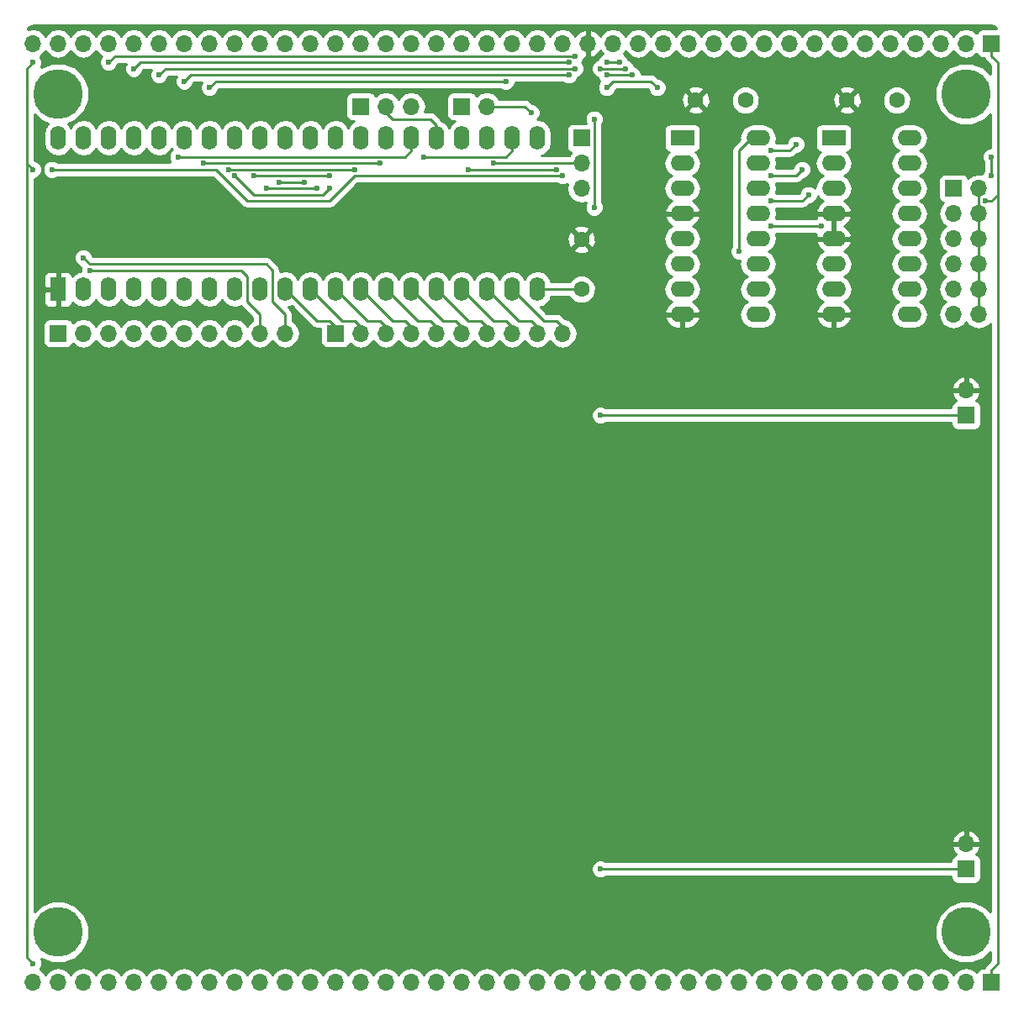
<source format=gbl>
G04 #@! TF.FileFunction,Copper,L2,Bot,Signal*
%FSLAX46Y46*%
G04 Gerber Fmt 4.6, Leading zero omitted, Abs format (unit mm)*
G04 Created by KiCad (PCBNEW 4.0.7) date 01/23/20 18:17:54*
%MOMM*%
%LPD*%
G01*
G04 APERTURE LIST*
%ADD10C,0.100000*%
%ADD11R,1.700000X1.700000*%
%ADD12O,1.700000X1.700000*%
%ADD13C,5.000000*%
%ADD14C,1.600000*%
%ADD15R,2.400000X1.600000*%
%ADD16O,2.400000X1.600000*%
%ADD17R,1.600000X2.400000*%
%ADD18O,1.600000X2.400000*%
%ADD19C,0.600000*%
%ADD20C,0.250000*%
%ADD21C,0.254000*%
G04 APERTURE END LIST*
D10*
D11*
X198120000Y-145415000D03*
D12*
X195580000Y-145415000D03*
X193040000Y-145415000D03*
X190500000Y-145415000D03*
X187960000Y-145415000D03*
X185420000Y-145415000D03*
X182880000Y-145415000D03*
X180340000Y-145415000D03*
X177800000Y-145415000D03*
X175260000Y-145415000D03*
X172720000Y-145415000D03*
X170180000Y-145415000D03*
X167640000Y-145415000D03*
X165100000Y-145415000D03*
X162560000Y-145415000D03*
X160020000Y-145415000D03*
X157480000Y-145415000D03*
X154940000Y-145415000D03*
X152400000Y-145415000D03*
X149860000Y-145415000D03*
X147320000Y-145415000D03*
X144780000Y-145415000D03*
X142240000Y-145415000D03*
X139700000Y-145415000D03*
X137160000Y-145415000D03*
X134620000Y-145415000D03*
X132080000Y-145415000D03*
X129540000Y-145415000D03*
X127000000Y-145415000D03*
X124460000Y-145415000D03*
X121920000Y-145415000D03*
X119380000Y-145415000D03*
X116840000Y-145415000D03*
X114300000Y-145415000D03*
X111760000Y-145415000D03*
X109220000Y-145415000D03*
X106680000Y-145415000D03*
X104140000Y-145415000D03*
X101600000Y-145415000D03*
D13*
X104140000Y-140335000D03*
X195580000Y-140335000D03*
X195580000Y-55880000D03*
X104140000Y-55880000D03*
D11*
X198120000Y-50800000D03*
D12*
X195580000Y-50800000D03*
X193040000Y-50800000D03*
X190500000Y-50800000D03*
X187960000Y-50800000D03*
X185420000Y-50800000D03*
X182880000Y-50800000D03*
X180340000Y-50800000D03*
X177800000Y-50800000D03*
X175260000Y-50800000D03*
X172720000Y-50800000D03*
X170180000Y-50800000D03*
X167640000Y-50800000D03*
X165100000Y-50800000D03*
X162560000Y-50800000D03*
X160020000Y-50800000D03*
X157480000Y-50800000D03*
X154940000Y-50800000D03*
X152400000Y-50800000D03*
X149860000Y-50800000D03*
X147320000Y-50800000D03*
X144780000Y-50800000D03*
X142240000Y-50800000D03*
X139700000Y-50800000D03*
X137160000Y-50800000D03*
X134620000Y-50800000D03*
X132080000Y-50800000D03*
X129540000Y-50800000D03*
X127000000Y-50800000D03*
X124460000Y-50800000D03*
X121920000Y-50800000D03*
X119380000Y-50800000D03*
X116840000Y-50800000D03*
X114300000Y-50800000D03*
X111760000Y-50800000D03*
X109220000Y-50800000D03*
X106680000Y-50800000D03*
X104140000Y-50800000D03*
X101600000Y-50800000D03*
D14*
X156845000Y-75565000D03*
X156845000Y-70565000D03*
X173355000Y-56515000D03*
X168355000Y-56515000D03*
X188595000Y-56515000D03*
X183595000Y-56515000D03*
D11*
X194310000Y-65405000D03*
D12*
X196850000Y-65405000D03*
X194310000Y-67945000D03*
X196850000Y-67945000D03*
X194310000Y-70485000D03*
X196850000Y-70485000D03*
X194310000Y-73025000D03*
X196850000Y-73025000D03*
X194310000Y-75565000D03*
X196850000Y-75565000D03*
X194310000Y-78105000D03*
X196850000Y-78105000D03*
D11*
X104140000Y-80010000D03*
D12*
X106680000Y-80010000D03*
X109220000Y-80010000D03*
X111760000Y-80010000D03*
X114300000Y-80010000D03*
X116840000Y-80010000D03*
X119380000Y-80010000D03*
X121920000Y-80010000D03*
X124460000Y-80010000D03*
X127000000Y-80010000D03*
D11*
X132080000Y-80010000D03*
D12*
X134620000Y-80010000D03*
X137160000Y-80010000D03*
X139700000Y-80010000D03*
X142240000Y-80010000D03*
X144780000Y-80010000D03*
X147320000Y-80010000D03*
X149860000Y-80010000D03*
X152400000Y-80010000D03*
X154940000Y-80010000D03*
D11*
X195580000Y-133985000D03*
D12*
X195580000Y-131445000D03*
D11*
X195580000Y-88265000D03*
D12*
X195580000Y-85725000D03*
D11*
X144780000Y-57150000D03*
D12*
X147320000Y-57150000D03*
D11*
X156845000Y-60325000D03*
D12*
X156845000Y-62865000D03*
X156845000Y-65405000D03*
D15*
X182245000Y-60325000D03*
D16*
X189865000Y-78105000D03*
X182245000Y-62865000D03*
X189865000Y-75565000D03*
X182245000Y-65405000D03*
X189865000Y-73025000D03*
X182245000Y-67945000D03*
X189865000Y-70485000D03*
X182245000Y-70485000D03*
X189865000Y-67945000D03*
X182245000Y-73025000D03*
X189865000Y-65405000D03*
X182245000Y-75565000D03*
X189865000Y-62865000D03*
X182245000Y-78105000D03*
X189865000Y-60325000D03*
D17*
X104140000Y-75565000D03*
D18*
X152400000Y-60325000D03*
X106680000Y-75565000D03*
X149860000Y-60325000D03*
X109220000Y-75565000D03*
X147320000Y-60325000D03*
X111760000Y-75565000D03*
X144780000Y-60325000D03*
X114300000Y-75565000D03*
X142240000Y-60325000D03*
X116840000Y-75565000D03*
X139700000Y-60325000D03*
X119380000Y-75565000D03*
X137160000Y-60325000D03*
X121920000Y-75565000D03*
X134620000Y-60325000D03*
X124460000Y-75565000D03*
X132080000Y-60325000D03*
X127000000Y-75565000D03*
X129540000Y-60325000D03*
X129540000Y-75565000D03*
X127000000Y-60325000D03*
X132080000Y-75565000D03*
X124460000Y-60325000D03*
X134620000Y-75565000D03*
X121920000Y-60325000D03*
X137160000Y-75565000D03*
X119380000Y-60325000D03*
X139700000Y-75565000D03*
X116840000Y-60325000D03*
X142240000Y-75565000D03*
X114300000Y-60325000D03*
X144780000Y-75565000D03*
X111760000Y-60325000D03*
X147320000Y-75565000D03*
X109220000Y-60325000D03*
X149860000Y-75565000D03*
X106680000Y-60325000D03*
X152400000Y-75565000D03*
X104140000Y-60325000D03*
D15*
X167005000Y-60325000D03*
D16*
X174625000Y-78105000D03*
X167005000Y-62865000D03*
X174625000Y-75565000D03*
X167005000Y-65405000D03*
X174625000Y-73025000D03*
X167005000Y-67945000D03*
X174625000Y-70485000D03*
X167005000Y-70485000D03*
X174625000Y-67945000D03*
X167005000Y-73025000D03*
X174625000Y-65405000D03*
X167005000Y-75565000D03*
X174625000Y-62865000D03*
X167005000Y-78105000D03*
X174625000Y-60325000D03*
D11*
X134620000Y-57150000D03*
D12*
X137160000Y-57150000D03*
X139700000Y-57150000D03*
D19*
X158750000Y-133985000D03*
X158750000Y-88265000D03*
X158115000Y-67310000D03*
X158115000Y-58420000D03*
X154305000Y-63500000D03*
X145415000Y-63500000D03*
X172720000Y-71755000D03*
X197485000Y-66675000D03*
X198120000Y-62230000D03*
X198120000Y-64135000D03*
X179705000Y-66040000D03*
X175895000Y-66675000D03*
X179070000Y-63500000D03*
X175895000Y-64135000D03*
X178435000Y-60960000D03*
X175895000Y-61595000D03*
X155575000Y-53975000D03*
X116840000Y-54610000D03*
X161925000Y-53975000D03*
X159385000Y-53975000D03*
X156210000Y-53340000D03*
X114300000Y-53975000D03*
X161290000Y-53340000D03*
X158750000Y-53340000D03*
X155575000Y-52705000D03*
X111760000Y-53340000D03*
X160655000Y-52705000D03*
X159385000Y-52705000D03*
X156210000Y-52070000D03*
X109220000Y-52705000D03*
X140970000Y-62230000D03*
X121920000Y-64135000D03*
X131445000Y-65405000D03*
X125095000Y-65405000D03*
X130175000Y-65405000D03*
X126365000Y-64770000D03*
X128905000Y-64770000D03*
X123825000Y-64135000D03*
X131445000Y-64135000D03*
X121285000Y-63500000D03*
X133985000Y-63500000D03*
X118745000Y-62865000D03*
X136525000Y-62865000D03*
X116205000Y-62230000D03*
X119380000Y-55245000D03*
X149225000Y-54610000D03*
X154940000Y-64135000D03*
X103505000Y-63500000D03*
X101600000Y-63500000D03*
X101600000Y-143510000D03*
X101600000Y-52705000D03*
X175895000Y-69215000D03*
X180975000Y-69215000D03*
X107315000Y-73660000D03*
X106680000Y-72390000D03*
X159385000Y-55245000D03*
X164465000Y-55245000D03*
X147955000Y-62865000D03*
X151765000Y-57785000D03*
D20*
X156845000Y-75565000D02*
X152400000Y-75565000D01*
X158115000Y-67310000D02*
X158115000Y-58420000D01*
X153670000Y-63500000D02*
X154305000Y-63500000D01*
X145415000Y-63500000D02*
X153670000Y-63500000D01*
X195580000Y-88265000D02*
X158750000Y-88265000D01*
X172720000Y-61595000D02*
X173990000Y-60325000D01*
X172720000Y-71755000D02*
X172720000Y-61595000D01*
X173990000Y-60325000D02*
X174625000Y-60325000D01*
X158750000Y-133985000D02*
X195580000Y-133985000D01*
X197485000Y-66675000D02*
X198120000Y-66675000D01*
X198120000Y-66675000D02*
X198755000Y-66040000D01*
X198755000Y-143510000D02*
X198120000Y-144145000D01*
X198755000Y-52705000D02*
X198755000Y-66040000D01*
X198755000Y-66040000D02*
X198755000Y-143510000D01*
X198120000Y-50800000D02*
X198120000Y-52070000D01*
X198755000Y-52705000D02*
X198120000Y-52070000D01*
X198120000Y-144145000D02*
X198120000Y-145415000D01*
X198120000Y-50800000D02*
X198120000Y-51435000D01*
X198120000Y-62230000D02*
X198120000Y-64135000D01*
X179070000Y-66675000D02*
X179705000Y-66040000D01*
X175895000Y-66675000D02*
X179070000Y-66675000D01*
X178435000Y-64135000D02*
X179070000Y-63500000D01*
X175895000Y-64135000D02*
X178435000Y-64135000D01*
X177800000Y-61595000D02*
X178435000Y-60960000D01*
X175895000Y-61595000D02*
X177800000Y-61595000D01*
X155575000Y-53975000D02*
X117475000Y-53975000D01*
X117475000Y-53975000D02*
X116840000Y-54610000D01*
X159385000Y-53975000D02*
X161925000Y-53975000D01*
X156210000Y-53340000D02*
X114935000Y-53340000D01*
X114935000Y-53340000D02*
X114300000Y-53975000D01*
X158750000Y-53340000D02*
X161290000Y-53340000D01*
X111760000Y-53340000D02*
X112395000Y-52705000D01*
X112395000Y-52705000D02*
X155575000Y-52705000D01*
X159385000Y-52705000D02*
X160655000Y-52705000D01*
X156210000Y-52070000D02*
X109855000Y-52070000D01*
X109855000Y-52070000D02*
X109220000Y-52705000D01*
X149860000Y-60325000D02*
X149860000Y-61595000D01*
X149225000Y-62230000D02*
X140970000Y-62230000D01*
X149860000Y-61595000D02*
X149225000Y-62230000D01*
X123825000Y-66040000D02*
X124460000Y-66040000D01*
X121920000Y-64135000D02*
X123825000Y-66040000D01*
X124460000Y-66040000D02*
X130810000Y-66040000D01*
X130810000Y-66040000D02*
X131445000Y-65405000D01*
X125095000Y-65405000D02*
X125730000Y-65405000D01*
X129540000Y-65405000D02*
X130175000Y-65405000D01*
X125730000Y-65405000D02*
X129540000Y-65405000D01*
X128905000Y-64770000D02*
X126365000Y-64770000D01*
X131445000Y-64135000D02*
X123825000Y-64135000D01*
X133985000Y-63500000D02*
X121285000Y-63500000D01*
X136525000Y-62865000D02*
X118745000Y-62865000D01*
X139700000Y-60325000D02*
X139700000Y-61595000D01*
X139065000Y-62230000D02*
X116205000Y-62230000D01*
X139700000Y-61595000D02*
X139065000Y-62230000D01*
X120015000Y-54610000D02*
X119380000Y-55245000D01*
X149225000Y-54610000D02*
X120015000Y-54610000D01*
X154305000Y-64135000D02*
X154940000Y-64135000D01*
X123190000Y-66675000D02*
X120015000Y-63500000D01*
X120015000Y-63500000D02*
X116205000Y-63500000D01*
X154305000Y-64135000D02*
X133985000Y-64135000D01*
X133985000Y-64135000D02*
X131445000Y-66675000D01*
X131445000Y-66675000D02*
X128905000Y-66675000D01*
X128905000Y-66675000D02*
X123190000Y-66675000D01*
X101600000Y-63500000D02*
X100965000Y-62865000D01*
X116205000Y-63500000D02*
X103505000Y-63500000D01*
X100965000Y-138430000D02*
X100965000Y-142240000D01*
X101600000Y-143510000D02*
X100965000Y-142875000D01*
X100965000Y-142875000D02*
X100965000Y-142240000D01*
X100965000Y-138430000D02*
X100965000Y-137795000D01*
X100965000Y-62865000D02*
X100965000Y-137795000D01*
X100965000Y-58420000D02*
X100965000Y-61595000D01*
X100965000Y-57785000D02*
X100965000Y-58420000D01*
X100965000Y-53340000D02*
X100965000Y-57785000D01*
X101600000Y-52705000D02*
X100965000Y-53340000D01*
X100965000Y-61595000D02*
X100965000Y-62865000D01*
X175895000Y-69215000D02*
X180975000Y-69215000D01*
X196850000Y-67945000D02*
X196850000Y-65405000D01*
X196850000Y-70485000D02*
X196850000Y-67945000D01*
X196850000Y-73025000D02*
X196850000Y-70485000D01*
X196850000Y-75565000D02*
X196850000Y-73025000D01*
X196850000Y-78105000D02*
X196850000Y-75565000D01*
X123190000Y-76835000D02*
X124460000Y-78105000D01*
X107315000Y-73660000D02*
X122555000Y-73660000D01*
X122555000Y-73660000D02*
X123190000Y-74295000D01*
X123190000Y-74295000D02*
X123190000Y-76835000D01*
X124460000Y-78105000D02*
X124460000Y-80010000D01*
X107950000Y-73025000D02*
X107315000Y-73025000D01*
X107315000Y-73025000D02*
X106680000Y-72390000D01*
X127000000Y-80010000D02*
X127000000Y-78105000D01*
X125095000Y-73025000D02*
X107950000Y-73025000D01*
X125730000Y-73660000D02*
X125095000Y-73025000D01*
X125730000Y-76835000D02*
X125730000Y-73660000D01*
X127000000Y-78105000D02*
X125730000Y-76835000D01*
X132080000Y-80010000D02*
X132080000Y-79375000D01*
X132080000Y-79375000D02*
X131445000Y-78740000D01*
X131445000Y-78740000D02*
X130175000Y-78740000D01*
X127000000Y-75565000D02*
X130175000Y-78740000D01*
X129540000Y-75565000D02*
X132715000Y-78740000D01*
X133985000Y-78740000D02*
X134620000Y-79375000D01*
X132715000Y-78740000D02*
X133985000Y-78740000D01*
X134620000Y-79375000D02*
X134620000Y-80010000D01*
X132080000Y-75565000D02*
X135255000Y-78740000D01*
X136525000Y-78740000D02*
X137160000Y-79375000D01*
X135255000Y-78740000D02*
X136525000Y-78740000D01*
X137160000Y-79375000D02*
X137160000Y-80010000D01*
X134620000Y-75565000D02*
X137795000Y-78740000D01*
X139065000Y-78740000D02*
X139700000Y-79375000D01*
X137795000Y-78740000D02*
X139065000Y-78740000D01*
X139700000Y-79375000D02*
X139700000Y-80010000D01*
X137160000Y-75565000D02*
X140335000Y-78740000D01*
X141605000Y-78740000D02*
X142240000Y-79375000D01*
X140335000Y-78740000D02*
X141605000Y-78740000D01*
X142240000Y-79375000D02*
X142240000Y-80010000D01*
X139700000Y-75565000D02*
X142875000Y-78740000D01*
X144145000Y-78740000D02*
X144780000Y-79375000D01*
X142875000Y-78740000D02*
X144145000Y-78740000D01*
X144780000Y-79375000D02*
X144780000Y-80010000D01*
X142240000Y-75565000D02*
X145415000Y-78740000D01*
X146685000Y-78740000D02*
X147320000Y-79375000D01*
X145415000Y-78740000D02*
X146685000Y-78740000D01*
X147320000Y-79375000D02*
X147320000Y-80010000D01*
X144780000Y-75565000D02*
X147955000Y-78740000D01*
X149225000Y-78740000D02*
X149860000Y-79375000D01*
X147955000Y-78740000D02*
X149225000Y-78740000D01*
X149860000Y-79375000D02*
X149860000Y-80010000D01*
X147320000Y-75565000D02*
X150495000Y-78740000D01*
X151765000Y-78740000D02*
X152400000Y-79375000D01*
X150495000Y-78740000D02*
X151765000Y-78740000D01*
X152400000Y-79375000D02*
X152400000Y-80010000D01*
X149860000Y-75565000D02*
X153035000Y-78740000D01*
X154305000Y-78740000D02*
X154940000Y-79375000D01*
X153035000Y-78740000D02*
X154305000Y-78740000D01*
X154940000Y-79375000D02*
X154940000Y-80010000D01*
X160020000Y-54610000D02*
X159385000Y-55245000D01*
X160020000Y-54610000D02*
X163830000Y-54610000D01*
X163830000Y-54610000D02*
X164465000Y-55245000D01*
X156845000Y-62865000D02*
X147955000Y-62865000D01*
X137160000Y-57150000D02*
X137160000Y-57785000D01*
X137160000Y-57785000D02*
X137795000Y-58420000D01*
X137795000Y-58420000D02*
X141605000Y-58420000D01*
X141605000Y-58420000D02*
X142240000Y-59055000D01*
X142240000Y-59055000D02*
X142240000Y-60325000D01*
X147320000Y-57150000D02*
X151130000Y-57150000D01*
X151130000Y-57150000D02*
X151765000Y-57785000D01*
D21*
G36*
X198328979Y-49025478D02*
X198506145Y-49143856D01*
X198612187Y-49302560D01*
X197270000Y-49302560D01*
X197034683Y-49346838D01*
X196818559Y-49485910D01*
X196673569Y-49698110D01*
X196659914Y-49765541D01*
X196630054Y-49720853D01*
X196148285Y-49398946D01*
X195580000Y-49285907D01*
X195011715Y-49398946D01*
X194529946Y-49720853D01*
X194310000Y-50050026D01*
X194090054Y-49720853D01*
X193608285Y-49398946D01*
X193040000Y-49285907D01*
X192471715Y-49398946D01*
X191989946Y-49720853D01*
X191770000Y-50050026D01*
X191550054Y-49720853D01*
X191068285Y-49398946D01*
X190500000Y-49285907D01*
X189931715Y-49398946D01*
X189449946Y-49720853D01*
X189230000Y-50050026D01*
X189010054Y-49720853D01*
X188528285Y-49398946D01*
X187960000Y-49285907D01*
X187391715Y-49398946D01*
X186909946Y-49720853D01*
X186690000Y-50050026D01*
X186470054Y-49720853D01*
X185988285Y-49398946D01*
X185420000Y-49285907D01*
X184851715Y-49398946D01*
X184369946Y-49720853D01*
X184150000Y-50050026D01*
X183930054Y-49720853D01*
X183448285Y-49398946D01*
X182880000Y-49285907D01*
X182311715Y-49398946D01*
X181829946Y-49720853D01*
X181610000Y-50050026D01*
X181390054Y-49720853D01*
X180908285Y-49398946D01*
X180340000Y-49285907D01*
X179771715Y-49398946D01*
X179289946Y-49720853D01*
X179070000Y-50050026D01*
X178850054Y-49720853D01*
X178368285Y-49398946D01*
X177800000Y-49285907D01*
X177231715Y-49398946D01*
X176749946Y-49720853D01*
X176530000Y-50050026D01*
X176310054Y-49720853D01*
X175828285Y-49398946D01*
X175260000Y-49285907D01*
X174691715Y-49398946D01*
X174209946Y-49720853D01*
X173990000Y-50050026D01*
X173770054Y-49720853D01*
X173288285Y-49398946D01*
X172720000Y-49285907D01*
X172151715Y-49398946D01*
X171669946Y-49720853D01*
X171450000Y-50050026D01*
X171230054Y-49720853D01*
X170748285Y-49398946D01*
X170180000Y-49285907D01*
X169611715Y-49398946D01*
X169129946Y-49720853D01*
X168910000Y-50050026D01*
X168690054Y-49720853D01*
X168208285Y-49398946D01*
X167640000Y-49285907D01*
X167071715Y-49398946D01*
X166589946Y-49720853D01*
X166370000Y-50050026D01*
X166150054Y-49720853D01*
X165668285Y-49398946D01*
X165100000Y-49285907D01*
X164531715Y-49398946D01*
X164049946Y-49720853D01*
X163830000Y-50050026D01*
X163610054Y-49720853D01*
X163128285Y-49398946D01*
X162560000Y-49285907D01*
X161991715Y-49398946D01*
X161509946Y-49720853D01*
X161290000Y-50050026D01*
X161070054Y-49720853D01*
X160588285Y-49398946D01*
X160020000Y-49285907D01*
X159451715Y-49398946D01*
X158969946Y-49720853D01*
X158742298Y-50061553D01*
X158675183Y-49918642D01*
X158246924Y-49528355D01*
X157836890Y-49358524D01*
X157607000Y-49479845D01*
X157607000Y-50673000D01*
X157627000Y-50673000D01*
X157627000Y-50927000D01*
X157607000Y-50927000D01*
X157607000Y-52120155D01*
X157836890Y-52241476D01*
X158246924Y-52071645D01*
X158675183Y-51681358D01*
X158742298Y-51538447D01*
X158962447Y-51867924D01*
X158856057Y-51911883D01*
X158592808Y-52174673D01*
X158483235Y-52438554D01*
X158221057Y-52546883D01*
X157957808Y-52809673D01*
X157815162Y-53153201D01*
X157814838Y-53525167D01*
X157956883Y-53868943D01*
X158219673Y-54132192D01*
X158483554Y-54241765D01*
X158591883Y-54503943D01*
X158697710Y-54609954D01*
X158592808Y-54714673D01*
X158450162Y-55058201D01*
X158449838Y-55430167D01*
X158591883Y-55773943D01*
X158854673Y-56037192D01*
X159198201Y-56179838D01*
X159570167Y-56180162D01*
X159913943Y-56038117D01*
X160177192Y-55775327D01*
X160319838Y-55431799D01*
X160319879Y-55384923D01*
X160334802Y-55370000D01*
X163515198Y-55370000D01*
X163529878Y-55384680D01*
X163529838Y-55430167D01*
X163671883Y-55773943D01*
X163934673Y-56037192D01*
X164278201Y-56179838D01*
X164650167Y-56180162D01*
X164993943Y-56038117D01*
X165257192Y-55775327D01*
X165368505Y-55507255D01*
X167526861Y-55507255D01*
X168355000Y-56335395D01*
X169183139Y-55507255D01*
X169109005Y-55261136D01*
X168571777Y-55068035D01*
X168001546Y-55095222D01*
X167600995Y-55261136D01*
X167526861Y-55507255D01*
X165368505Y-55507255D01*
X165399838Y-55431799D01*
X165400162Y-55059833D01*
X165258117Y-54716057D01*
X164995327Y-54452808D01*
X164651799Y-54310162D01*
X164604923Y-54310121D01*
X164367401Y-54072599D01*
X164120839Y-53907852D01*
X163830000Y-53850000D01*
X162860110Y-53850000D01*
X162860162Y-53789833D01*
X162718117Y-53446057D01*
X162455327Y-53182808D01*
X162191446Y-53073235D01*
X162083117Y-52811057D01*
X161820327Y-52547808D01*
X161556446Y-52438235D01*
X161448117Y-52176057D01*
X161185327Y-51912808D01*
X161077484Y-51868027D01*
X161290000Y-51549974D01*
X161509946Y-51879147D01*
X161991715Y-52201054D01*
X162560000Y-52314093D01*
X163128285Y-52201054D01*
X163610054Y-51879147D01*
X163830000Y-51549974D01*
X164049946Y-51879147D01*
X164531715Y-52201054D01*
X165100000Y-52314093D01*
X165668285Y-52201054D01*
X166150054Y-51879147D01*
X166370000Y-51549974D01*
X166589946Y-51879147D01*
X167071715Y-52201054D01*
X167640000Y-52314093D01*
X168208285Y-52201054D01*
X168690054Y-51879147D01*
X168910000Y-51549974D01*
X169129946Y-51879147D01*
X169611715Y-52201054D01*
X170180000Y-52314093D01*
X170748285Y-52201054D01*
X171230054Y-51879147D01*
X171450000Y-51549974D01*
X171669946Y-51879147D01*
X172151715Y-52201054D01*
X172720000Y-52314093D01*
X173288285Y-52201054D01*
X173770054Y-51879147D01*
X173990000Y-51549974D01*
X174209946Y-51879147D01*
X174691715Y-52201054D01*
X175260000Y-52314093D01*
X175828285Y-52201054D01*
X176310054Y-51879147D01*
X176530000Y-51549974D01*
X176749946Y-51879147D01*
X177231715Y-52201054D01*
X177800000Y-52314093D01*
X178368285Y-52201054D01*
X178850054Y-51879147D01*
X179070000Y-51549974D01*
X179289946Y-51879147D01*
X179771715Y-52201054D01*
X180340000Y-52314093D01*
X180908285Y-52201054D01*
X181390054Y-51879147D01*
X181610000Y-51549974D01*
X181829946Y-51879147D01*
X182311715Y-52201054D01*
X182880000Y-52314093D01*
X183448285Y-52201054D01*
X183930054Y-51879147D01*
X184150000Y-51549974D01*
X184369946Y-51879147D01*
X184851715Y-52201054D01*
X185420000Y-52314093D01*
X185988285Y-52201054D01*
X186470054Y-51879147D01*
X186690000Y-51549974D01*
X186909946Y-51879147D01*
X187391715Y-52201054D01*
X187960000Y-52314093D01*
X188528285Y-52201054D01*
X189010054Y-51879147D01*
X189230000Y-51549974D01*
X189449946Y-51879147D01*
X189931715Y-52201054D01*
X190500000Y-52314093D01*
X191068285Y-52201054D01*
X191550054Y-51879147D01*
X191770000Y-51549974D01*
X191989946Y-51879147D01*
X192471715Y-52201054D01*
X193040000Y-52314093D01*
X193608285Y-52201054D01*
X194090054Y-51879147D01*
X194310000Y-51549974D01*
X194529946Y-51879147D01*
X195011715Y-52201054D01*
X195580000Y-52314093D01*
X196148285Y-52201054D01*
X196630054Y-51879147D01*
X196657850Y-51837548D01*
X196666838Y-51885317D01*
X196805910Y-52101441D01*
X197018110Y-52246431D01*
X197270000Y-52297440D01*
X197405241Y-52297440D01*
X197417852Y-52360839D01*
X197582599Y-52607401D01*
X197995000Y-53019802D01*
X197995000Y-53861785D01*
X197358153Y-53223826D01*
X196206326Y-52745546D01*
X194959146Y-52744457D01*
X193806485Y-53220727D01*
X192923826Y-54101847D01*
X192445546Y-55253674D01*
X192444457Y-56500854D01*
X192920727Y-57653515D01*
X193801847Y-58536174D01*
X194953674Y-59014454D01*
X196200854Y-59015543D01*
X197353515Y-58539273D01*
X197995000Y-57898906D01*
X197995000Y-61294890D01*
X197934833Y-61294838D01*
X197591057Y-61436883D01*
X197327808Y-61699673D01*
X197185162Y-62043201D01*
X197184838Y-62415167D01*
X197326883Y-62758943D01*
X197360000Y-62792118D01*
X197360000Y-63572537D01*
X197327808Y-63604673D01*
X197185162Y-63948201D01*
X197185134Y-63980875D01*
X196879093Y-63920000D01*
X196820907Y-63920000D01*
X196252622Y-64033039D01*
X195770853Y-64354946D01*
X195770029Y-64356179D01*
X195763162Y-64319683D01*
X195624090Y-64103559D01*
X195411890Y-63958569D01*
X195160000Y-63907560D01*
X193460000Y-63907560D01*
X193224683Y-63951838D01*
X193008559Y-64090910D01*
X192863569Y-64303110D01*
X192812560Y-64555000D01*
X192812560Y-66255000D01*
X192856838Y-66490317D01*
X192995910Y-66706441D01*
X193208110Y-66851431D01*
X193275541Y-66865086D01*
X193230853Y-66894946D01*
X192908946Y-67376715D01*
X192795907Y-67945000D01*
X192908946Y-68513285D01*
X193230853Y-68995054D01*
X193560026Y-69215000D01*
X193230853Y-69434946D01*
X192908946Y-69916715D01*
X192795907Y-70485000D01*
X192908946Y-71053285D01*
X193230853Y-71535054D01*
X193560026Y-71755000D01*
X193230853Y-71974946D01*
X192908946Y-72456715D01*
X192795907Y-73025000D01*
X192908946Y-73593285D01*
X193230853Y-74075054D01*
X193560026Y-74295000D01*
X193230853Y-74514946D01*
X192908946Y-74996715D01*
X192795907Y-75565000D01*
X192908946Y-76133285D01*
X193230853Y-76615054D01*
X193560026Y-76835000D01*
X193230853Y-77054946D01*
X192908946Y-77536715D01*
X192795907Y-78105000D01*
X192908946Y-78673285D01*
X193230853Y-79155054D01*
X193712622Y-79476961D01*
X194280907Y-79590000D01*
X194339093Y-79590000D01*
X194907378Y-79476961D01*
X195389147Y-79155054D01*
X195580000Y-78869422D01*
X195770853Y-79155054D01*
X196252622Y-79476961D01*
X196820907Y-79590000D01*
X196879093Y-79590000D01*
X197447378Y-79476961D01*
X197929147Y-79155054D01*
X197995000Y-79056498D01*
X197995000Y-138316785D01*
X197358153Y-137678826D01*
X196206326Y-137200546D01*
X194959146Y-137199457D01*
X193806485Y-137675727D01*
X192923826Y-138556847D01*
X192445546Y-139708674D01*
X192444457Y-140955854D01*
X192920727Y-142108515D01*
X193801847Y-142991174D01*
X194953674Y-143469454D01*
X196200854Y-143470543D01*
X197353515Y-142994273D01*
X197995000Y-142353906D01*
X197995000Y-143195198D01*
X197582599Y-143607599D01*
X197417852Y-143854161D01*
X197405241Y-143917560D01*
X197270000Y-143917560D01*
X197034683Y-143961838D01*
X196818559Y-144100910D01*
X196673569Y-144313110D01*
X196659914Y-144380541D01*
X196630054Y-144335853D01*
X196148285Y-144013946D01*
X195580000Y-143900907D01*
X195011715Y-144013946D01*
X194529946Y-144335853D01*
X194310000Y-144665026D01*
X194090054Y-144335853D01*
X193608285Y-144013946D01*
X193040000Y-143900907D01*
X192471715Y-144013946D01*
X191989946Y-144335853D01*
X191770000Y-144665026D01*
X191550054Y-144335853D01*
X191068285Y-144013946D01*
X190500000Y-143900907D01*
X189931715Y-144013946D01*
X189449946Y-144335853D01*
X189230000Y-144665026D01*
X189010054Y-144335853D01*
X188528285Y-144013946D01*
X187960000Y-143900907D01*
X187391715Y-144013946D01*
X186909946Y-144335853D01*
X186690000Y-144665026D01*
X186470054Y-144335853D01*
X185988285Y-144013946D01*
X185420000Y-143900907D01*
X184851715Y-144013946D01*
X184369946Y-144335853D01*
X184150000Y-144665026D01*
X183930054Y-144335853D01*
X183448285Y-144013946D01*
X182880000Y-143900907D01*
X182311715Y-144013946D01*
X181829946Y-144335853D01*
X181610000Y-144665026D01*
X181390054Y-144335853D01*
X180908285Y-144013946D01*
X180340000Y-143900907D01*
X179771715Y-144013946D01*
X179289946Y-144335853D01*
X179070000Y-144665026D01*
X178850054Y-144335853D01*
X178368285Y-144013946D01*
X177800000Y-143900907D01*
X177231715Y-144013946D01*
X176749946Y-144335853D01*
X176530000Y-144665026D01*
X176310054Y-144335853D01*
X175828285Y-144013946D01*
X175260000Y-143900907D01*
X174691715Y-144013946D01*
X174209946Y-144335853D01*
X173990000Y-144665026D01*
X173770054Y-144335853D01*
X173288285Y-144013946D01*
X172720000Y-143900907D01*
X172151715Y-144013946D01*
X171669946Y-144335853D01*
X171450000Y-144665026D01*
X171230054Y-144335853D01*
X170748285Y-144013946D01*
X170180000Y-143900907D01*
X169611715Y-144013946D01*
X169129946Y-144335853D01*
X168910000Y-144665026D01*
X168690054Y-144335853D01*
X168208285Y-144013946D01*
X167640000Y-143900907D01*
X167071715Y-144013946D01*
X166589946Y-144335853D01*
X166370000Y-144665026D01*
X166150054Y-144335853D01*
X165668285Y-144013946D01*
X165100000Y-143900907D01*
X164531715Y-144013946D01*
X164049946Y-144335853D01*
X163830000Y-144665026D01*
X163610054Y-144335853D01*
X163128285Y-144013946D01*
X162560000Y-143900907D01*
X161991715Y-144013946D01*
X161509946Y-144335853D01*
X161290000Y-144665026D01*
X161070054Y-144335853D01*
X160588285Y-144013946D01*
X160020000Y-143900907D01*
X159451715Y-144013946D01*
X158969946Y-144335853D01*
X158742298Y-144676553D01*
X158675183Y-144533642D01*
X158246924Y-144143355D01*
X157836890Y-143973524D01*
X157607000Y-144094845D01*
X157607000Y-145288000D01*
X157627000Y-145288000D01*
X157627000Y-145542000D01*
X157607000Y-145542000D01*
X157607000Y-145562000D01*
X157353000Y-145562000D01*
X157353000Y-145542000D01*
X157333000Y-145542000D01*
X157333000Y-145288000D01*
X157353000Y-145288000D01*
X157353000Y-144094845D01*
X157123110Y-143973524D01*
X156713076Y-144143355D01*
X156284817Y-144533642D01*
X156217702Y-144676553D01*
X155990054Y-144335853D01*
X155508285Y-144013946D01*
X154940000Y-143900907D01*
X154371715Y-144013946D01*
X153889946Y-144335853D01*
X153670000Y-144665026D01*
X153450054Y-144335853D01*
X152968285Y-144013946D01*
X152400000Y-143900907D01*
X151831715Y-144013946D01*
X151349946Y-144335853D01*
X151130000Y-144665026D01*
X150910054Y-144335853D01*
X150428285Y-144013946D01*
X149860000Y-143900907D01*
X149291715Y-144013946D01*
X148809946Y-144335853D01*
X148590000Y-144665026D01*
X148370054Y-144335853D01*
X147888285Y-144013946D01*
X147320000Y-143900907D01*
X146751715Y-144013946D01*
X146269946Y-144335853D01*
X146050000Y-144665026D01*
X145830054Y-144335853D01*
X145348285Y-144013946D01*
X144780000Y-143900907D01*
X144211715Y-144013946D01*
X143729946Y-144335853D01*
X143510000Y-144665026D01*
X143290054Y-144335853D01*
X142808285Y-144013946D01*
X142240000Y-143900907D01*
X141671715Y-144013946D01*
X141189946Y-144335853D01*
X140970000Y-144665026D01*
X140750054Y-144335853D01*
X140268285Y-144013946D01*
X139700000Y-143900907D01*
X139131715Y-144013946D01*
X138649946Y-144335853D01*
X138430000Y-144665026D01*
X138210054Y-144335853D01*
X137728285Y-144013946D01*
X137160000Y-143900907D01*
X136591715Y-144013946D01*
X136109946Y-144335853D01*
X135890000Y-144665026D01*
X135670054Y-144335853D01*
X135188285Y-144013946D01*
X134620000Y-143900907D01*
X134051715Y-144013946D01*
X133569946Y-144335853D01*
X133350000Y-144665026D01*
X133130054Y-144335853D01*
X132648285Y-144013946D01*
X132080000Y-143900907D01*
X131511715Y-144013946D01*
X131029946Y-144335853D01*
X130810000Y-144665026D01*
X130590054Y-144335853D01*
X130108285Y-144013946D01*
X129540000Y-143900907D01*
X128971715Y-144013946D01*
X128489946Y-144335853D01*
X128270000Y-144665026D01*
X128050054Y-144335853D01*
X127568285Y-144013946D01*
X127000000Y-143900907D01*
X126431715Y-144013946D01*
X125949946Y-144335853D01*
X125730000Y-144665026D01*
X125510054Y-144335853D01*
X125028285Y-144013946D01*
X124460000Y-143900907D01*
X123891715Y-144013946D01*
X123409946Y-144335853D01*
X123190000Y-144665026D01*
X122970054Y-144335853D01*
X122488285Y-144013946D01*
X121920000Y-143900907D01*
X121351715Y-144013946D01*
X120869946Y-144335853D01*
X120650000Y-144665026D01*
X120430054Y-144335853D01*
X119948285Y-144013946D01*
X119380000Y-143900907D01*
X118811715Y-144013946D01*
X118329946Y-144335853D01*
X118110000Y-144665026D01*
X117890054Y-144335853D01*
X117408285Y-144013946D01*
X116840000Y-143900907D01*
X116271715Y-144013946D01*
X115789946Y-144335853D01*
X115570000Y-144665026D01*
X115350054Y-144335853D01*
X114868285Y-144013946D01*
X114300000Y-143900907D01*
X113731715Y-144013946D01*
X113249946Y-144335853D01*
X113030000Y-144665026D01*
X112810054Y-144335853D01*
X112328285Y-144013946D01*
X111760000Y-143900907D01*
X111191715Y-144013946D01*
X110709946Y-144335853D01*
X110490000Y-144665026D01*
X110270054Y-144335853D01*
X109788285Y-144013946D01*
X109220000Y-143900907D01*
X108651715Y-144013946D01*
X108169946Y-144335853D01*
X107950000Y-144665026D01*
X107730054Y-144335853D01*
X107248285Y-144013946D01*
X106680000Y-143900907D01*
X106111715Y-144013946D01*
X105629946Y-144335853D01*
X105410000Y-144665026D01*
X105190054Y-144335853D01*
X104708285Y-144013946D01*
X104140000Y-143900907D01*
X103571715Y-144013946D01*
X103089946Y-144335853D01*
X102870000Y-144665026D01*
X102650054Y-144335853D01*
X102318245Y-144114146D01*
X102392192Y-144040327D01*
X102534838Y-143696799D01*
X102535162Y-143324833D01*
X102404639Y-143008943D01*
X103513674Y-143469454D01*
X104760854Y-143470543D01*
X105913515Y-142994273D01*
X106796174Y-142113153D01*
X107274454Y-140961326D01*
X107275543Y-139714146D01*
X106799273Y-138561485D01*
X105918153Y-137678826D01*
X104766326Y-137200546D01*
X103519146Y-137199457D01*
X102366485Y-137675727D01*
X101725000Y-138316094D01*
X101725000Y-134170167D01*
X157814838Y-134170167D01*
X157956883Y-134513943D01*
X158219673Y-134777192D01*
X158563201Y-134919838D01*
X158935167Y-134920162D01*
X159278943Y-134778117D01*
X159312118Y-134745000D01*
X194082560Y-134745000D01*
X194082560Y-134835000D01*
X194126838Y-135070317D01*
X194265910Y-135286441D01*
X194478110Y-135431431D01*
X194730000Y-135482440D01*
X196430000Y-135482440D01*
X196665317Y-135438162D01*
X196881441Y-135299090D01*
X197026431Y-135086890D01*
X197077440Y-134835000D01*
X197077440Y-133135000D01*
X197033162Y-132899683D01*
X196894090Y-132683559D01*
X196681890Y-132538569D01*
X196573893Y-132516699D01*
X196851645Y-132211924D01*
X197021476Y-131801890D01*
X196900155Y-131572000D01*
X195707000Y-131572000D01*
X195707000Y-131592000D01*
X195453000Y-131592000D01*
X195453000Y-131572000D01*
X194259845Y-131572000D01*
X194138524Y-131801890D01*
X194308355Y-132211924D01*
X194584501Y-132514937D01*
X194494683Y-132531838D01*
X194278559Y-132670910D01*
X194133569Y-132883110D01*
X194082560Y-133135000D01*
X194082560Y-133225000D01*
X159312463Y-133225000D01*
X159280327Y-133192808D01*
X158936799Y-133050162D01*
X158564833Y-133049838D01*
X158221057Y-133191883D01*
X157957808Y-133454673D01*
X157815162Y-133798201D01*
X157814838Y-134170167D01*
X101725000Y-134170167D01*
X101725000Y-131088110D01*
X194138524Y-131088110D01*
X194259845Y-131318000D01*
X195453000Y-131318000D01*
X195453000Y-130124181D01*
X195707000Y-130124181D01*
X195707000Y-131318000D01*
X196900155Y-131318000D01*
X197021476Y-131088110D01*
X196851645Y-130678076D01*
X196461358Y-130249817D01*
X195936892Y-130003514D01*
X195707000Y-130124181D01*
X195453000Y-130124181D01*
X195223108Y-130003514D01*
X194698642Y-130249817D01*
X194308355Y-130678076D01*
X194138524Y-131088110D01*
X101725000Y-131088110D01*
X101725000Y-88450167D01*
X157814838Y-88450167D01*
X157956883Y-88793943D01*
X158219673Y-89057192D01*
X158563201Y-89199838D01*
X158935167Y-89200162D01*
X159278943Y-89058117D01*
X159312118Y-89025000D01*
X194082560Y-89025000D01*
X194082560Y-89115000D01*
X194126838Y-89350317D01*
X194265910Y-89566441D01*
X194478110Y-89711431D01*
X194730000Y-89762440D01*
X196430000Y-89762440D01*
X196665317Y-89718162D01*
X196881441Y-89579090D01*
X197026431Y-89366890D01*
X197077440Y-89115000D01*
X197077440Y-87415000D01*
X197033162Y-87179683D01*
X196894090Y-86963559D01*
X196681890Y-86818569D01*
X196573893Y-86796699D01*
X196851645Y-86491924D01*
X197021476Y-86081890D01*
X196900155Y-85852000D01*
X195707000Y-85852000D01*
X195707000Y-85872000D01*
X195453000Y-85872000D01*
X195453000Y-85852000D01*
X194259845Y-85852000D01*
X194138524Y-86081890D01*
X194308355Y-86491924D01*
X194584501Y-86794937D01*
X194494683Y-86811838D01*
X194278559Y-86950910D01*
X194133569Y-87163110D01*
X194082560Y-87415000D01*
X194082560Y-87505000D01*
X159312463Y-87505000D01*
X159280327Y-87472808D01*
X158936799Y-87330162D01*
X158564833Y-87329838D01*
X158221057Y-87471883D01*
X157957808Y-87734673D01*
X157815162Y-88078201D01*
X157814838Y-88450167D01*
X101725000Y-88450167D01*
X101725000Y-85368110D01*
X194138524Y-85368110D01*
X194259845Y-85598000D01*
X195453000Y-85598000D01*
X195453000Y-84404181D01*
X195707000Y-84404181D01*
X195707000Y-85598000D01*
X196900155Y-85598000D01*
X197021476Y-85368110D01*
X196851645Y-84958076D01*
X196461358Y-84529817D01*
X195936892Y-84283514D01*
X195707000Y-84404181D01*
X195453000Y-84404181D01*
X195223108Y-84283514D01*
X194698642Y-84529817D01*
X194308355Y-84958076D01*
X194138524Y-85368110D01*
X101725000Y-85368110D01*
X101725000Y-79160000D01*
X102642560Y-79160000D01*
X102642560Y-80860000D01*
X102686838Y-81095317D01*
X102825910Y-81311441D01*
X103038110Y-81456431D01*
X103290000Y-81507440D01*
X104990000Y-81507440D01*
X105225317Y-81463162D01*
X105441441Y-81324090D01*
X105586431Y-81111890D01*
X105600086Y-81044459D01*
X105629946Y-81089147D01*
X106111715Y-81411054D01*
X106680000Y-81524093D01*
X107248285Y-81411054D01*
X107730054Y-81089147D01*
X107950000Y-80759974D01*
X108169946Y-81089147D01*
X108651715Y-81411054D01*
X109220000Y-81524093D01*
X109788285Y-81411054D01*
X110270054Y-81089147D01*
X110490000Y-80759974D01*
X110709946Y-81089147D01*
X111191715Y-81411054D01*
X111760000Y-81524093D01*
X112328285Y-81411054D01*
X112810054Y-81089147D01*
X113030000Y-80759974D01*
X113249946Y-81089147D01*
X113731715Y-81411054D01*
X114300000Y-81524093D01*
X114868285Y-81411054D01*
X115350054Y-81089147D01*
X115570000Y-80759974D01*
X115789946Y-81089147D01*
X116271715Y-81411054D01*
X116840000Y-81524093D01*
X117408285Y-81411054D01*
X117890054Y-81089147D01*
X118110000Y-80759974D01*
X118329946Y-81089147D01*
X118811715Y-81411054D01*
X119380000Y-81524093D01*
X119948285Y-81411054D01*
X120430054Y-81089147D01*
X120650000Y-80759974D01*
X120869946Y-81089147D01*
X121351715Y-81411054D01*
X121920000Y-81524093D01*
X122488285Y-81411054D01*
X122970054Y-81089147D01*
X123190000Y-80759974D01*
X123409946Y-81089147D01*
X123891715Y-81411054D01*
X124460000Y-81524093D01*
X125028285Y-81411054D01*
X125510054Y-81089147D01*
X125730000Y-80759974D01*
X125949946Y-81089147D01*
X126431715Y-81411054D01*
X127000000Y-81524093D01*
X127568285Y-81411054D01*
X128050054Y-81089147D01*
X128371961Y-80607378D01*
X128485000Y-80039093D01*
X128485000Y-79980907D01*
X128371961Y-79412622D01*
X128050054Y-78930853D01*
X127760000Y-78737046D01*
X127760000Y-78105000D01*
X127702148Y-77814161D01*
X127702148Y-77814160D01*
X127537401Y-77567599D01*
X127338433Y-77368631D01*
X127549151Y-77326717D01*
X127631734Y-77271536D01*
X129637599Y-79277401D01*
X129884161Y-79442148D01*
X130175000Y-79500000D01*
X130582560Y-79500000D01*
X130582560Y-80860000D01*
X130626838Y-81095317D01*
X130765910Y-81311441D01*
X130978110Y-81456431D01*
X131230000Y-81507440D01*
X132930000Y-81507440D01*
X133165317Y-81463162D01*
X133381441Y-81324090D01*
X133526431Y-81111890D01*
X133540086Y-81044459D01*
X133569946Y-81089147D01*
X134051715Y-81411054D01*
X134620000Y-81524093D01*
X135188285Y-81411054D01*
X135670054Y-81089147D01*
X135890000Y-80759974D01*
X136109946Y-81089147D01*
X136591715Y-81411054D01*
X137160000Y-81524093D01*
X137728285Y-81411054D01*
X138210054Y-81089147D01*
X138430000Y-80759974D01*
X138649946Y-81089147D01*
X139131715Y-81411054D01*
X139700000Y-81524093D01*
X140268285Y-81411054D01*
X140750054Y-81089147D01*
X140970000Y-80759974D01*
X141189946Y-81089147D01*
X141671715Y-81411054D01*
X142240000Y-81524093D01*
X142808285Y-81411054D01*
X143290054Y-81089147D01*
X143510000Y-80759974D01*
X143729946Y-81089147D01*
X144211715Y-81411054D01*
X144780000Y-81524093D01*
X145348285Y-81411054D01*
X145830054Y-81089147D01*
X146050000Y-80759974D01*
X146269946Y-81089147D01*
X146751715Y-81411054D01*
X147320000Y-81524093D01*
X147888285Y-81411054D01*
X148370054Y-81089147D01*
X148590000Y-80759974D01*
X148809946Y-81089147D01*
X149291715Y-81411054D01*
X149860000Y-81524093D01*
X150428285Y-81411054D01*
X150910054Y-81089147D01*
X151130000Y-80759974D01*
X151349946Y-81089147D01*
X151831715Y-81411054D01*
X152400000Y-81524093D01*
X152968285Y-81411054D01*
X153450054Y-81089147D01*
X153670000Y-80759974D01*
X153889946Y-81089147D01*
X154371715Y-81411054D01*
X154940000Y-81524093D01*
X155508285Y-81411054D01*
X155990054Y-81089147D01*
X156311961Y-80607378D01*
X156425000Y-80039093D01*
X156425000Y-79980907D01*
X156311961Y-79412622D01*
X155990054Y-78930853D01*
X155508285Y-78608946D01*
X155184304Y-78544502D01*
X155093841Y-78454039D01*
X165213096Y-78454039D01*
X165230633Y-78536819D01*
X165500500Y-79029896D01*
X165938517Y-79382166D01*
X166478000Y-79540000D01*
X166878000Y-79540000D01*
X166878000Y-78232000D01*
X167132000Y-78232000D01*
X167132000Y-79540000D01*
X167532000Y-79540000D01*
X168071483Y-79382166D01*
X168509500Y-79029896D01*
X168779367Y-78536819D01*
X168796904Y-78454039D01*
X168674915Y-78232000D01*
X167132000Y-78232000D01*
X166878000Y-78232000D01*
X165335085Y-78232000D01*
X165213096Y-78454039D01*
X155093841Y-78454039D01*
X154842401Y-78202599D01*
X154595839Y-78037852D01*
X154305000Y-77980000D01*
X153349802Y-77980000D01*
X152738433Y-77368631D01*
X152949151Y-77326717D01*
X153414698Y-77015648D01*
X153725767Y-76550101D01*
X153770542Y-76325000D01*
X155606354Y-76325000D01*
X155627757Y-76376800D01*
X156031077Y-76780824D01*
X156558309Y-76999750D01*
X157129187Y-77000248D01*
X157656800Y-76782243D01*
X158060824Y-76378923D01*
X158279750Y-75851691D01*
X158280248Y-75280813D01*
X158062243Y-74753200D01*
X157658923Y-74349176D01*
X157131691Y-74130250D01*
X156560813Y-74129752D01*
X156033200Y-74347757D01*
X155629176Y-74751077D01*
X155606785Y-74805000D01*
X153770542Y-74805000D01*
X153725767Y-74579899D01*
X153414698Y-74114352D01*
X152949151Y-73803283D01*
X152400000Y-73694050D01*
X151850849Y-73803283D01*
X151385302Y-74114352D01*
X151130000Y-74496438D01*
X150874698Y-74114352D01*
X150409151Y-73803283D01*
X149860000Y-73694050D01*
X149310849Y-73803283D01*
X148845302Y-74114352D01*
X148590000Y-74496438D01*
X148334698Y-74114352D01*
X147869151Y-73803283D01*
X147320000Y-73694050D01*
X146770849Y-73803283D01*
X146305302Y-74114352D01*
X146050000Y-74496438D01*
X145794698Y-74114352D01*
X145329151Y-73803283D01*
X144780000Y-73694050D01*
X144230849Y-73803283D01*
X143765302Y-74114352D01*
X143510000Y-74496438D01*
X143254698Y-74114352D01*
X142789151Y-73803283D01*
X142240000Y-73694050D01*
X141690849Y-73803283D01*
X141225302Y-74114352D01*
X140970000Y-74496438D01*
X140714698Y-74114352D01*
X140249151Y-73803283D01*
X139700000Y-73694050D01*
X139150849Y-73803283D01*
X138685302Y-74114352D01*
X138430000Y-74496438D01*
X138174698Y-74114352D01*
X137709151Y-73803283D01*
X137160000Y-73694050D01*
X136610849Y-73803283D01*
X136145302Y-74114352D01*
X135890000Y-74496438D01*
X135634698Y-74114352D01*
X135169151Y-73803283D01*
X134620000Y-73694050D01*
X134070849Y-73803283D01*
X133605302Y-74114352D01*
X133350000Y-74496438D01*
X133094698Y-74114352D01*
X132629151Y-73803283D01*
X132080000Y-73694050D01*
X131530849Y-73803283D01*
X131065302Y-74114352D01*
X130810000Y-74496438D01*
X130554698Y-74114352D01*
X130089151Y-73803283D01*
X129540000Y-73694050D01*
X128990849Y-73803283D01*
X128525302Y-74114352D01*
X128270000Y-74496438D01*
X128014698Y-74114352D01*
X127549151Y-73803283D01*
X127000000Y-73694050D01*
X126490000Y-73795495D01*
X126490000Y-73660000D01*
X126432148Y-73369161D01*
X126267401Y-73122599D01*
X125632401Y-72487599D01*
X125385839Y-72322852D01*
X125095000Y-72265000D01*
X107629802Y-72265000D01*
X107615122Y-72250320D01*
X107615162Y-72204833D01*
X107473117Y-71861057D01*
X107210327Y-71597808D01*
X107149969Y-71572745D01*
X156016861Y-71572745D01*
X156090995Y-71818864D01*
X156628223Y-72011965D01*
X157198454Y-71984778D01*
X157599005Y-71818864D01*
X157673139Y-71572745D01*
X156845000Y-70744605D01*
X156016861Y-71572745D01*
X107149969Y-71572745D01*
X106866799Y-71455162D01*
X106494833Y-71454838D01*
X106151057Y-71596883D01*
X105887808Y-71859673D01*
X105745162Y-72203201D01*
X105744838Y-72575167D01*
X105886883Y-72918943D01*
X106149673Y-73182192D01*
X106449332Y-73306622D01*
X106380162Y-73473201D01*
X106379918Y-73753740D01*
X106130849Y-73803283D01*
X105665302Y-74114352D01*
X105575000Y-74249498D01*
X105575000Y-74238691D01*
X105478327Y-74005302D01*
X105299699Y-73826673D01*
X105066310Y-73730000D01*
X104425750Y-73730000D01*
X104267000Y-73888750D01*
X104267000Y-75438000D01*
X104287000Y-75438000D01*
X104287000Y-75692000D01*
X104267000Y-75692000D01*
X104267000Y-77241250D01*
X104425750Y-77400000D01*
X105066310Y-77400000D01*
X105299699Y-77303327D01*
X105478327Y-77124698D01*
X105575000Y-76891309D01*
X105575000Y-76880502D01*
X105665302Y-77015648D01*
X106130849Y-77326717D01*
X106680000Y-77435950D01*
X107229151Y-77326717D01*
X107694698Y-77015648D01*
X107950000Y-76633562D01*
X108205302Y-77015648D01*
X108670849Y-77326717D01*
X109220000Y-77435950D01*
X109769151Y-77326717D01*
X110234698Y-77015648D01*
X110490000Y-76633562D01*
X110745302Y-77015648D01*
X111210849Y-77326717D01*
X111760000Y-77435950D01*
X112309151Y-77326717D01*
X112774698Y-77015648D01*
X113030000Y-76633562D01*
X113285302Y-77015648D01*
X113750849Y-77326717D01*
X114300000Y-77435950D01*
X114849151Y-77326717D01*
X115314698Y-77015648D01*
X115570000Y-76633562D01*
X115825302Y-77015648D01*
X116290849Y-77326717D01*
X116840000Y-77435950D01*
X117389151Y-77326717D01*
X117854698Y-77015648D01*
X118110000Y-76633562D01*
X118365302Y-77015648D01*
X118830849Y-77326717D01*
X119380000Y-77435950D01*
X119929151Y-77326717D01*
X120394698Y-77015648D01*
X120650000Y-76633562D01*
X120905302Y-77015648D01*
X121370849Y-77326717D01*
X121920000Y-77435950D01*
X122469151Y-77326717D01*
X122574873Y-77256076D01*
X122652599Y-77372401D01*
X123700000Y-78419802D01*
X123700000Y-78737046D01*
X123409946Y-78930853D01*
X123190000Y-79260026D01*
X122970054Y-78930853D01*
X122488285Y-78608946D01*
X121920000Y-78495907D01*
X121351715Y-78608946D01*
X120869946Y-78930853D01*
X120650000Y-79260026D01*
X120430054Y-78930853D01*
X119948285Y-78608946D01*
X119380000Y-78495907D01*
X118811715Y-78608946D01*
X118329946Y-78930853D01*
X118110000Y-79260026D01*
X117890054Y-78930853D01*
X117408285Y-78608946D01*
X116840000Y-78495907D01*
X116271715Y-78608946D01*
X115789946Y-78930853D01*
X115570000Y-79260026D01*
X115350054Y-78930853D01*
X114868285Y-78608946D01*
X114300000Y-78495907D01*
X113731715Y-78608946D01*
X113249946Y-78930853D01*
X113030000Y-79260026D01*
X112810054Y-78930853D01*
X112328285Y-78608946D01*
X111760000Y-78495907D01*
X111191715Y-78608946D01*
X110709946Y-78930853D01*
X110490000Y-79260026D01*
X110270054Y-78930853D01*
X109788285Y-78608946D01*
X109220000Y-78495907D01*
X108651715Y-78608946D01*
X108169946Y-78930853D01*
X107950000Y-79260026D01*
X107730054Y-78930853D01*
X107248285Y-78608946D01*
X106680000Y-78495907D01*
X106111715Y-78608946D01*
X105629946Y-78930853D01*
X105602150Y-78972452D01*
X105593162Y-78924683D01*
X105454090Y-78708559D01*
X105241890Y-78563569D01*
X104990000Y-78512560D01*
X103290000Y-78512560D01*
X103054683Y-78556838D01*
X102838559Y-78695910D01*
X102693569Y-78908110D01*
X102642560Y-79160000D01*
X101725000Y-79160000D01*
X101725000Y-75850750D01*
X102705000Y-75850750D01*
X102705000Y-76891309D01*
X102801673Y-77124698D01*
X102980301Y-77303327D01*
X103213690Y-77400000D01*
X103854250Y-77400000D01*
X104013000Y-77241250D01*
X104013000Y-75692000D01*
X102863750Y-75692000D01*
X102705000Y-75850750D01*
X101725000Y-75850750D01*
X101725000Y-74238691D01*
X102705000Y-74238691D01*
X102705000Y-75279250D01*
X102863750Y-75438000D01*
X104013000Y-75438000D01*
X104013000Y-73888750D01*
X103854250Y-73730000D01*
X103213690Y-73730000D01*
X102980301Y-73826673D01*
X102801673Y-74005302D01*
X102705000Y-74238691D01*
X101725000Y-74238691D01*
X101725000Y-70348223D01*
X155398035Y-70348223D01*
X155425222Y-70918454D01*
X155591136Y-71319005D01*
X155837255Y-71393139D01*
X156665395Y-70565000D01*
X157024605Y-70565000D01*
X157852745Y-71393139D01*
X158098864Y-71319005D01*
X158291965Y-70781777D01*
X158277816Y-70485000D01*
X165134050Y-70485000D01*
X165243283Y-71034151D01*
X165554352Y-71499698D01*
X165936438Y-71755000D01*
X165554352Y-72010302D01*
X165243283Y-72475849D01*
X165134050Y-73025000D01*
X165243283Y-73574151D01*
X165554352Y-74039698D01*
X165936438Y-74295000D01*
X165554352Y-74550302D01*
X165243283Y-75015849D01*
X165134050Y-75565000D01*
X165243283Y-76114151D01*
X165554352Y-76579698D01*
X165932707Y-76832507D01*
X165500500Y-77180104D01*
X165230633Y-77673181D01*
X165213096Y-77755961D01*
X165335085Y-77978000D01*
X166878000Y-77978000D01*
X166878000Y-77958000D01*
X167132000Y-77958000D01*
X167132000Y-77978000D01*
X168674915Y-77978000D01*
X168796904Y-77755961D01*
X168779367Y-77673181D01*
X168509500Y-77180104D01*
X168077293Y-76832507D01*
X168455648Y-76579698D01*
X168766717Y-76114151D01*
X168875950Y-75565000D01*
X168766717Y-75015849D01*
X168455648Y-74550302D01*
X168073562Y-74295000D01*
X168455648Y-74039698D01*
X168766717Y-73574151D01*
X168875950Y-73025000D01*
X168766717Y-72475849D01*
X168455648Y-72010302D01*
X168350684Y-71940167D01*
X171784838Y-71940167D01*
X171926883Y-72283943D01*
X172189673Y-72547192D01*
X172533201Y-72689838D01*
X172820668Y-72690088D01*
X172754050Y-73025000D01*
X172863283Y-73574151D01*
X173174352Y-74039698D01*
X173556438Y-74295000D01*
X173174352Y-74550302D01*
X172863283Y-75015849D01*
X172754050Y-75565000D01*
X172863283Y-76114151D01*
X173174352Y-76579698D01*
X173556438Y-76835000D01*
X173174352Y-77090302D01*
X172863283Y-77555849D01*
X172754050Y-78105000D01*
X172863283Y-78654151D01*
X173174352Y-79119698D01*
X173639899Y-79430767D01*
X174189050Y-79540000D01*
X175060950Y-79540000D01*
X175610101Y-79430767D01*
X176075648Y-79119698D01*
X176386717Y-78654151D01*
X176426521Y-78454039D01*
X180453096Y-78454039D01*
X180470633Y-78536819D01*
X180740500Y-79029896D01*
X181178517Y-79382166D01*
X181718000Y-79540000D01*
X182118000Y-79540000D01*
X182118000Y-78232000D01*
X182372000Y-78232000D01*
X182372000Y-79540000D01*
X182772000Y-79540000D01*
X183311483Y-79382166D01*
X183749500Y-79029896D01*
X184019367Y-78536819D01*
X184036904Y-78454039D01*
X183914915Y-78232000D01*
X182372000Y-78232000D01*
X182118000Y-78232000D01*
X180575085Y-78232000D01*
X180453096Y-78454039D01*
X176426521Y-78454039D01*
X176495950Y-78105000D01*
X176386717Y-77555849D01*
X176075648Y-77090302D01*
X175693562Y-76835000D01*
X176075648Y-76579698D01*
X176386717Y-76114151D01*
X176495950Y-75565000D01*
X176386717Y-75015849D01*
X176075648Y-74550302D01*
X175693562Y-74295000D01*
X176075648Y-74039698D01*
X176386717Y-73574151D01*
X176495950Y-73025000D01*
X180374050Y-73025000D01*
X180483283Y-73574151D01*
X180794352Y-74039698D01*
X181176438Y-74295000D01*
X180794352Y-74550302D01*
X180483283Y-75015849D01*
X180374050Y-75565000D01*
X180483283Y-76114151D01*
X180794352Y-76579698D01*
X181172707Y-76832507D01*
X180740500Y-77180104D01*
X180470633Y-77673181D01*
X180453096Y-77755961D01*
X180575085Y-77978000D01*
X182118000Y-77978000D01*
X182118000Y-77958000D01*
X182372000Y-77958000D01*
X182372000Y-77978000D01*
X183914915Y-77978000D01*
X184036904Y-77755961D01*
X184019367Y-77673181D01*
X183749500Y-77180104D01*
X183317293Y-76832507D01*
X183695648Y-76579698D01*
X184006717Y-76114151D01*
X184115950Y-75565000D01*
X184006717Y-75015849D01*
X183695648Y-74550302D01*
X183313562Y-74295000D01*
X183695648Y-74039698D01*
X184006717Y-73574151D01*
X184115950Y-73025000D01*
X184006717Y-72475849D01*
X183695648Y-72010302D01*
X183317293Y-71757493D01*
X183749500Y-71409896D01*
X184019367Y-70916819D01*
X184036904Y-70834039D01*
X183914915Y-70612000D01*
X182372000Y-70612000D01*
X182372000Y-70632000D01*
X182118000Y-70632000D01*
X182118000Y-70612000D01*
X180575085Y-70612000D01*
X180453096Y-70834039D01*
X180470633Y-70916819D01*
X180740500Y-71409896D01*
X181172707Y-71757493D01*
X180794352Y-72010302D01*
X180483283Y-72475849D01*
X180374050Y-73025000D01*
X176495950Y-73025000D01*
X176386717Y-72475849D01*
X176075648Y-72010302D01*
X175693562Y-71755000D01*
X176075648Y-71499698D01*
X176386717Y-71034151D01*
X176495950Y-70485000D01*
X176402827Y-70016842D01*
X176423943Y-70008117D01*
X176457118Y-69975000D01*
X180412537Y-69975000D01*
X180444673Y-70007192D01*
X180486335Y-70024492D01*
X180470633Y-70053181D01*
X180453096Y-70135961D01*
X180575085Y-70358000D01*
X182118000Y-70358000D01*
X182118000Y-68072000D01*
X182372000Y-68072000D01*
X182372000Y-70358000D01*
X183914915Y-70358000D01*
X184036904Y-70135961D01*
X184019367Y-70053181D01*
X183749500Y-69560104D01*
X183320393Y-69215000D01*
X183749500Y-68869896D01*
X184019367Y-68376819D01*
X184036904Y-68294039D01*
X183914915Y-68072000D01*
X182372000Y-68072000D01*
X182118000Y-68072000D01*
X180575085Y-68072000D01*
X180453096Y-68294039D01*
X180470633Y-68376819D01*
X180486215Y-68405290D01*
X180446057Y-68421883D01*
X180412882Y-68455000D01*
X176457463Y-68455000D01*
X176425327Y-68422808D01*
X176402771Y-68413442D01*
X176495950Y-67945000D01*
X176402827Y-67476842D01*
X176423943Y-67468117D01*
X176457118Y-67435000D01*
X179070000Y-67435000D01*
X179360839Y-67377148D01*
X179607401Y-67212401D01*
X179844680Y-66975122D01*
X179890167Y-66975162D01*
X180233943Y-66833117D01*
X180497192Y-66570327D01*
X180639838Y-66226799D01*
X180639871Y-66188502D01*
X180794352Y-66419698D01*
X181172707Y-66672507D01*
X180740500Y-67020104D01*
X180470633Y-67513181D01*
X180453096Y-67595961D01*
X180575085Y-67818000D01*
X182118000Y-67818000D01*
X182118000Y-67798000D01*
X182372000Y-67798000D01*
X182372000Y-67818000D01*
X183914915Y-67818000D01*
X184036904Y-67595961D01*
X184019367Y-67513181D01*
X183749500Y-67020104D01*
X183317293Y-66672507D01*
X183695648Y-66419698D01*
X184006717Y-65954151D01*
X184115950Y-65405000D01*
X184006717Y-64855849D01*
X183695648Y-64390302D01*
X183313562Y-64135000D01*
X183695648Y-63879698D01*
X184006717Y-63414151D01*
X184115950Y-62865000D01*
X184006717Y-62315849D01*
X183695648Y-61850302D01*
X183549650Y-61752749D01*
X183680317Y-61728162D01*
X183896441Y-61589090D01*
X184041431Y-61376890D01*
X184092440Y-61125000D01*
X184092440Y-60325000D01*
X187994050Y-60325000D01*
X188103283Y-60874151D01*
X188414352Y-61339698D01*
X188796438Y-61595000D01*
X188414352Y-61850302D01*
X188103283Y-62315849D01*
X187994050Y-62865000D01*
X188103283Y-63414151D01*
X188414352Y-63879698D01*
X188796438Y-64135000D01*
X188414352Y-64390302D01*
X188103283Y-64855849D01*
X187994050Y-65405000D01*
X188103283Y-65954151D01*
X188414352Y-66419698D01*
X188796438Y-66675000D01*
X188414352Y-66930302D01*
X188103283Y-67395849D01*
X187994050Y-67945000D01*
X188103283Y-68494151D01*
X188414352Y-68959698D01*
X188796438Y-69215000D01*
X188414352Y-69470302D01*
X188103283Y-69935849D01*
X187994050Y-70485000D01*
X188103283Y-71034151D01*
X188414352Y-71499698D01*
X188796438Y-71755000D01*
X188414352Y-72010302D01*
X188103283Y-72475849D01*
X187994050Y-73025000D01*
X188103283Y-73574151D01*
X188414352Y-74039698D01*
X188796438Y-74295000D01*
X188414352Y-74550302D01*
X188103283Y-75015849D01*
X187994050Y-75565000D01*
X188103283Y-76114151D01*
X188414352Y-76579698D01*
X188796438Y-76835000D01*
X188414352Y-77090302D01*
X188103283Y-77555849D01*
X187994050Y-78105000D01*
X188103283Y-78654151D01*
X188414352Y-79119698D01*
X188879899Y-79430767D01*
X189429050Y-79540000D01*
X190300950Y-79540000D01*
X190850101Y-79430767D01*
X191315648Y-79119698D01*
X191626717Y-78654151D01*
X191735950Y-78105000D01*
X191626717Y-77555849D01*
X191315648Y-77090302D01*
X190933562Y-76835000D01*
X191315648Y-76579698D01*
X191626717Y-76114151D01*
X191735950Y-75565000D01*
X191626717Y-75015849D01*
X191315648Y-74550302D01*
X190933562Y-74295000D01*
X191315648Y-74039698D01*
X191626717Y-73574151D01*
X191735950Y-73025000D01*
X191626717Y-72475849D01*
X191315648Y-72010302D01*
X190933562Y-71755000D01*
X191315648Y-71499698D01*
X191626717Y-71034151D01*
X191735950Y-70485000D01*
X191626717Y-69935849D01*
X191315648Y-69470302D01*
X190933562Y-69215000D01*
X191315648Y-68959698D01*
X191626717Y-68494151D01*
X191735950Y-67945000D01*
X191626717Y-67395849D01*
X191315648Y-66930302D01*
X190933562Y-66675000D01*
X191315648Y-66419698D01*
X191626717Y-65954151D01*
X191735950Y-65405000D01*
X191626717Y-64855849D01*
X191315648Y-64390302D01*
X190933562Y-64135000D01*
X191315648Y-63879698D01*
X191626717Y-63414151D01*
X191735950Y-62865000D01*
X191626717Y-62315849D01*
X191315648Y-61850302D01*
X190933562Y-61595000D01*
X191315648Y-61339698D01*
X191626717Y-60874151D01*
X191735950Y-60325000D01*
X191626717Y-59775849D01*
X191315648Y-59310302D01*
X190850101Y-58999233D01*
X190300950Y-58890000D01*
X189429050Y-58890000D01*
X188879899Y-58999233D01*
X188414352Y-59310302D01*
X188103283Y-59775849D01*
X187994050Y-60325000D01*
X184092440Y-60325000D01*
X184092440Y-59525000D01*
X184048162Y-59289683D01*
X183909090Y-59073559D01*
X183696890Y-58928569D01*
X183445000Y-58877560D01*
X181045000Y-58877560D01*
X180809683Y-58921838D01*
X180593559Y-59060910D01*
X180448569Y-59273110D01*
X180397560Y-59525000D01*
X180397560Y-61125000D01*
X180441838Y-61360317D01*
X180580910Y-61576441D01*
X180793110Y-61721431D01*
X180942074Y-61751597D01*
X180794352Y-61850302D01*
X180483283Y-62315849D01*
X180374050Y-62865000D01*
X180483283Y-63414151D01*
X180794352Y-63879698D01*
X181176438Y-64135000D01*
X180794352Y-64390302D01*
X180483283Y-64855849D01*
X180377073Y-65389802D01*
X180235327Y-65247808D01*
X179891799Y-65105162D01*
X179519833Y-65104838D01*
X179176057Y-65246883D01*
X178912808Y-65509673D01*
X178770162Y-65853201D01*
X178770121Y-65900077D01*
X178755198Y-65915000D01*
X176457463Y-65915000D01*
X176425327Y-65882808D01*
X176402771Y-65873442D01*
X176495950Y-65405000D01*
X176402827Y-64936842D01*
X176423943Y-64928117D01*
X176457118Y-64895000D01*
X178435000Y-64895000D01*
X178725839Y-64837148D01*
X178972401Y-64672401D01*
X179209680Y-64435122D01*
X179255167Y-64435162D01*
X179598943Y-64293117D01*
X179862192Y-64030327D01*
X180004838Y-63686799D01*
X180005162Y-63314833D01*
X179863117Y-62971057D01*
X179600327Y-62707808D01*
X179256799Y-62565162D01*
X178884833Y-62564838D01*
X178541057Y-62706883D01*
X178277808Y-62969673D01*
X178135162Y-63313201D01*
X178135121Y-63360077D01*
X178120198Y-63375000D01*
X176457463Y-63375000D01*
X176425327Y-63342808D01*
X176402771Y-63333442D01*
X176495950Y-62865000D01*
X176402827Y-62396842D01*
X176423943Y-62388117D01*
X176457118Y-62355000D01*
X177800000Y-62355000D01*
X178090839Y-62297148D01*
X178337401Y-62132401D01*
X178574680Y-61895122D01*
X178620167Y-61895162D01*
X178963943Y-61753117D01*
X179227192Y-61490327D01*
X179369838Y-61146799D01*
X179370162Y-60774833D01*
X179228117Y-60431057D01*
X178965327Y-60167808D01*
X178621799Y-60025162D01*
X178249833Y-60024838D01*
X177906057Y-60166883D01*
X177642808Y-60429673D01*
X177500162Y-60773201D01*
X177500121Y-60820077D01*
X177485198Y-60835000D01*
X176457463Y-60835000D01*
X176425327Y-60802808D01*
X176402771Y-60793442D01*
X176495950Y-60325000D01*
X176386717Y-59775849D01*
X176075648Y-59310302D01*
X175610101Y-58999233D01*
X175060950Y-58890000D01*
X174189050Y-58890000D01*
X173639899Y-58999233D01*
X173174352Y-59310302D01*
X172863283Y-59775849D01*
X172754050Y-60325000D01*
X172780786Y-60459412D01*
X172182599Y-61057599D01*
X172017852Y-61304161D01*
X171960000Y-61595000D01*
X171960000Y-71192537D01*
X171927808Y-71224673D01*
X171785162Y-71568201D01*
X171784838Y-71940167D01*
X168350684Y-71940167D01*
X168073562Y-71755000D01*
X168455648Y-71499698D01*
X168766717Y-71034151D01*
X168875950Y-70485000D01*
X168766717Y-69935849D01*
X168455648Y-69470302D01*
X168077293Y-69217493D01*
X168509500Y-68869896D01*
X168779367Y-68376819D01*
X168796904Y-68294039D01*
X168674915Y-68072000D01*
X167132000Y-68072000D01*
X167132000Y-68092000D01*
X166878000Y-68092000D01*
X166878000Y-68072000D01*
X165335085Y-68072000D01*
X165213096Y-68294039D01*
X165230633Y-68376819D01*
X165500500Y-68869896D01*
X165932707Y-69217493D01*
X165554352Y-69470302D01*
X165243283Y-69935849D01*
X165134050Y-70485000D01*
X158277816Y-70485000D01*
X158264778Y-70211546D01*
X158098864Y-69810995D01*
X157852745Y-69736861D01*
X157024605Y-70565000D01*
X156665395Y-70565000D01*
X155837255Y-69736861D01*
X155591136Y-69810995D01*
X155398035Y-70348223D01*
X101725000Y-70348223D01*
X101725000Y-69557255D01*
X156016861Y-69557255D01*
X156845000Y-70385395D01*
X157673139Y-69557255D01*
X157599005Y-69311136D01*
X157061777Y-69118035D01*
X156491546Y-69145222D01*
X156090995Y-69311136D01*
X156016861Y-69557255D01*
X101725000Y-69557255D01*
X101725000Y-64435110D01*
X101785167Y-64435162D01*
X102128943Y-64293117D01*
X102392192Y-64030327D01*
X102534838Y-63686799D01*
X102535162Y-63314833D01*
X102393117Y-62971057D01*
X102130327Y-62707808D01*
X101786799Y-62565162D01*
X101739923Y-62565121D01*
X101725000Y-62550198D01*
X101725000Y-57898215D01*
X102361847Y-58536174D01*
X103144837Y-58861299D01*
X103125302Y-58874352D01*
X102814233Y-59339899D01*
X102705000Y-59889050D01*
X102705000Y-60760950D01*
X102814233Y-61310101D01*
X103125302Y-61775648D01*
X103590849Y-62086717D01*
X104140000Y-62195950D01*
X104689151Y-62086717D01*
X105154698Y-61775648D01*
X105410000Y-61393562D01*
X105665302Y-61775648D01*
X106130849Y-62086717D01*
X106680000Y-62195950D01*
X107229151Y-62086717D01*
X107694698Y-61775648D01*
X107950000Y-61393562D01*
X108205302Y-61775648D01*
X108670849Y-62086717D01*
X109220000Y-62195950D01*
X109769151Y-62086717D01*
X110234698Y-61775648D01*
X110490000Y-61393562D01*
X110745302Y-61775648D01*
X111210849Y-62086717D01*
X111760000Y-62195950D01*
X112309151Y-62086717D01*
X112774698Y-61775648D01*
X113030000Y-61393562D01*
X113285302Y-61775648D01*
X113750849Y-62086717D01*
X114300000Y-62195950D01*
X114849151Y-62086717D01*
X115314698Y-61775648D01*
X115570000Y-61393562D01*
X115629800Y-61483059D01*
X115412808Y-61699673D01*
X115270162Y-62043201D01*
X115269838Y-62415167D01*
X115404056Y-62740000D01*
X104067463Y-62740000D01*
X104035327Y-62707808D01*
X103691799Y-62565162D01*
X103319833Y-62564838D01*
X102976057Y-62706883D01*
X102712808Y-62969673D01*
X102570162Y-63313201D01*
X102569838Y-63685167D01*
X102711883Y-64028943D01*
X102974673Y-64292192D01*
X103318201Y-64434838D01*
X103690167Y-64435162D01*
X104033943Y-64293117D01*
X104067118Y-64260000D01*
X119700198Y-64260000D01*
X122652599Y-67212401D01*
X122899161Y-67377148D01*
X123190000Y-67435000D01*
X131445000Y-67435000D01*
X131735839Y-67377148D01*
X131982401Y-67212401D01*
X134299802Y-64895000D01*
X154377537Y-64895000D01*
X154409673Y-64927192D01*
X154753201Y-65069838D01*
X155125167Y-65070162D01*
X155421898Y-64947555D01*
X155330907Y-65405000D01*
X155443946Y-65973285D01*
X155765853Y-66455054D01*
X156247622Y-66776961D01*
X156815907Y-66890000D01*
X156874093Y-66890000D01*
X157313270Y-66802642D01*
X157180162Y-67123201D01*
X157179838Y-67495167D01*
X157321883Y-67838943D01*
X157584673Y-68102192D01*
X157928201Y-68244838D01*
X158300167Y-68245162D01*
X158643943Y-68103117D01*
X158907192Y-67840327D01*
X159049838Y-67496799D01*
X159050162Y-67124833D01*
X158908117Y-66781057D01*
X158875000Y-66747882D01*
X158875000Y-62865000D01*
X165134050Y-62865000D01*
X165243283Y-63414151D01*
X165554352Y-63879698D01*
X165936438Y-64135000D01*
X165554352Y-64390302D01*
X165243283Y-64855849D01*
X165134050Y-65405000D01*
X165243283Y-65954151D01*
X165554352Y-66419698D01*
X165932707Y-66672507D01*
X165500500Y-67020104D01*
X165230633Y-67513181D01*
X165213096Y-67595961D01*
X165335085Y-67818000D01*
X166878000Y-67818000D01*
X166878000Y-67798000D01*
X167132000Y-67798000D01*
X167132000Y-67818000D01*
X168674915Y-67818000D01*
X168796904Y-67595961D01*
X168779367Y-67513181D01*
X168509500Y-67020104D01*
X168077293Y-66672507D01*
X168455648Y-66419698D01*
X168766717Y-65954151D01*
X168875950Y-65405000D01*
X168766717Y-64855849D01*
X168455648Y-64390302D01*
X168073562Y-64135000D01*
X168455648Y-63879698D01*
X168766717Y-63414151D01*
X168875950Y-62865000D01*
X168766717Y-62315849D01*
X168455648Y-61850302D01*
X168309650Y-61752749D01*
X168440317Y-61728162D01*
X168656441Y-61589090D01*
X168801431Y-61376890D01*
X168852440Y-61125000D01*
X168852440Y-59525000D01*
X168808162Y-59289683D01*
X168669090Y-59073559D01*
X168456890Y-58928569D01*
X168205000Y-58877560D01*
X165805000Y-58877560D01*
X165569683Y-58921838D01*
X165353559Y-59060910D01*
X165208569Y-59273110D01*
X165157560Y-59525000D01*
X165157560Y-61125000D01*
X165201838Y-61360317D01*
X165340910Y-61576441D01*
X165553110Y-61721431D01*
X165702074Y-61751597D01*
X165554352Y-61850302D01*
X165243283Y-62315849D01*
X165134050Y-62865000D01*
X158875000Y-62865000D01*
X158875000Y-58982463D01*
X158907192Y-58950327D01*
X159049838Y-58606799D01*
X159050162Y-58234833D01*
X158908117Y-57891057D01*
X158645327Y-57627808D01*
X158392309Y-57522745D01*
X167526861Y-57522745D01*
X167600995Y-57768864D01*
X168138223Y-57961965D01*
X168708454Y-57934778D01*
X169109005Y-57768864D01*
X169183139Y-57522745D01*
X168355000Y-56694605D01*
X167526861Y-57522745D01*
X158392309Y-57522745D01*
X158301799Y-57485162D01*
X157929833Y-57484838D01*
X157586057Y-57626883D01*
X157322808Y-57889673D01*
X157180162Y-58233201D01*
X157179838Y-58605167D01*
X157271729Y-58827560D01*
X155995000Y-58827560D01*
X155759683Y-58871838D01*
X155543559Y-59010910D01*
X155398569Y-59223110D01*
X155347560Y-59475000D01*
X155347560Y-61175000D01*
X155391838Y-61410317D01*
X155530910Y-61626441D01*
X155743110Y-61771431D01*
X155810541Y-61785086D01*
X155765853Y-61814946D01*
X155572046Y-62105000D01*
X152857236Y-62105000D01*
X152949151Y-62086717D01*
X153414698Y-61775648D01*
X153725767Y-61310101D01*
X153835000Y-60760950D01*
X153835000Y-59889050D01*
X153725767Y-59339899D01*
X153414698Y-58874352D01*
X152949151Y-58563283D01*
X152415198Y-58457073D01*
X152557192Y-58315327D01*
X152699838Y-57971799D01*
X152700162Y-57599833D01*
X152558117Y-57256057D01*
X152295327Y-56992808D01*
X151951799Y-56850162D01*
X151904923Y-56850121D01*
X151667401Y-56612599D01*
X151420839Y-56447852D01*
X151130000Y-56390000D01*
X148583301Y-56390000D01*
X148521978Y-56298223D01*
X166908035Y-56298223D01*
X166935222Y-56868454D01*
X167101136Y-57269005D01*
X167347255Y-57343139D01*
X168175395Y-56515000D01*
X168534605Y-56515000D01*
X169362745Y-57343139D01*
X169608864Y-57269005D01*
X169777735Y-56799187D01*
X171919752Y-56799187D01*
X172137757Y-57326800D01*
X172541077Y-57730824D01*
X173068309Y-57949750D01*
X173639187Y-57950248D01*
X174166800Y-57732243D01*
X174376663Y-57522745D01*
X182766861Y-57522745D01*
X182840995Y-57768864D01*
X183378223Y-57961965D01*
X183948454Y-57934778D01*
X184349005Y-57768864D01*
X184423139Y-57522745D01*
X183595000Y-56694605D01*
X182766861Y-57522745D01*
X174376663Y-57522745D01*
X174570824Y-57328923D01*
X174789750Y-56801691D01*
X174790189Y-56298223D01*
X182148035Y-56298223D01*
X182175222Y-56868454D01*
X182341136Y-57269005D01*
X182587255Y-57343139D01*
X183415395Y-56515000D01*
X183774605Y-56515000D01*
X184602745Y-57343139D01*
X184848864Y-57269005D01*
X185017735Y-56799187D01*
X187159752Y-56799187D01*
X187377757Y-57326800D01*
X187781077Y-57730824D01*
X188308309Y-57949750D01*
X188879187Y-57950248D01*
X189406800Y-57732243D01*
X189810824Y-57328923D01*
X190029750Y-56801691D01*
X190030248Y-56230813D01*
X189812243Y-55703200D01*
X189408923Y-55299176D01*
X188881691Y-55080250D01*
X188310813Y-55079752D01*
X187783200Y-55297757D01*
X187379176Y-55701077D01*
X187160250Y-56228309D01*
X187159752Y-56799187D01*
X185017735Y-56799187D01*
X185041965Y-56731777D01*
X185014778Y-56161546D01*
X184848864Y-55760995D01*
X184602745Y-55686861D01*
X183774605Y-56515000D01*
X183415395Y-56515000D01*
X182587255Y-55686861D01*
X182341136Y-55760995D01*
X182148035Y-56298223D01*
X174790189Y-56298223D01*
X174790248Y-56230813D01*
X174572243Y-55703200D01*
X174376640Y-55507255D01*
X182766861Y-55507255D01*
X183595000Y-56335395D01*
X184423139Y-55507255D01*
X184349005Y-55261136D01*
X183811777Y-55068035D01*
X183241546Y-55095222D01*
X182840995Y-55261136D01*
X182766861Y-55507255D01*
X174376640Y-55507255D01*
X174168923Y-55299176D01*
X173641691Y-55080250D01*
X173070813Y-55079752D01*
X172543200Y-55297757D01*
X172139176Y-55701077D01*
X171920250Y-56228309D01*
X171919752Y-56799187D01*
X169777735Y-56799187D01*
X169801965Y-56731777D01*
X169774778Y-56161546D01*
X169608864Y-55760995D01*
X169362745Y-55686861D01*
X168534605Y-56515000D01*
X168175395Y-56515000D01*
X167347255Y-55686861D01*
X167101136Y-55760995D01*
X166908035Y-56298223D01*
X148521978Y-56298223D01*
X148370054Y-56070853D01*
X147888285Y-55748946D01*
X147320000Y-55635907D01*
X146751715Y-55748946D01*
X146269946Y-56070853D01*
X146242150Y-56112452D01*
X146233162Y-56064683D01*
X146094090Y-55848559D01*
X145881890Y-55703569D01*
X145630000Y-55652560D01*
X143930000Y-55652560D01*
X143694683Y-55696838D01*
X143478559Y-55835910D01*
X143333569Y-56048110D01*
X143282560Y-56300000D01*
X143282560Y-58000000D01*
X143326838Y-58235317D01*
X143465910Y-58451441D01*
X143678110Y-58596431D01*
X143930000Y-58647440D01*
X144104899Y-58647440D01*
X143765302Y-58874352D01*
X143510000Y-59256438D01*
X143254698Y-58874352D01*
X142823069Y-58585946D01*
X142777401Y-58517599D01*
X142142401Y-57882599D01*
X141895839Y-57717852D01*
X141605000Y-57660000D01*
X141089342Y-57660000D01*
X141185000Y-57179093D01*
X141185000Y-57120907D01*
X141071961Y-56552622D01*
X140750054Y-56070853D01*
X140268285Y-55748946D01*
X139700000Y-55635907D01*
X139131715Y-55748946D01*
X138649946Y-56070853D01*
X138430000Y-56400026D01*
X138210054Y-56070853D01*
X137728285Y-55748946D01*
X137160000Y-55635907D01*
X136591715Y-55748946D01*
X136109946Y-56070853D01*
X136082150Y-56112452D01*
X136073162Y-56064683D01*
X135934090Y-55848559D01*
X135721890Y-55703569D01*
X135470000Y-55652560D01*
X133770000Y-55652560D01*
X133534683Y-55696838D01*
X133318559Y-55835910D01*
X133173569Y-56048110D01*
X133122560Y-56300000D01*
X133122560Y-58000000D01*
X133166838Y-58235317D01*
X133305910Y-58451441D01*
X133518110Y-58596431D01*
X133770000Y-58647440D01*
X133944899Y-58647440D01*
X133605302Y-58874352D01*
X133350000Y-59256438D01*
X133094698Y-58874352D01*
X132629151Y-58563283D01*
X132080000Y-58454050D01*
X131530849Y-58563283D01*
X131065302Y-58874352D01*
X130810000Y-59256438D01*
X130554698Y-58874352D01*
X130089151Y-58563283D01*
X129540000Y-58454050D01*
X128990849Y-58563283D01*
X128525302Y-58874352D01*
X128270000Y-59256438D01*
X128014698Y-58874352D01*
X127549151Y-58563283D01*
X127000000Y-58454050D01*
X126450849Y-58563283D01*
X125985302Y-58874352D01*
X125730000Y-59256438D01*
X125474698Y-58874352D01*
X125009151Y-58563283D01*
X124460000Y-58454050D01*
X123910849Y-58563283D01*
X123445302Y-58874352D01*
X123190000Y-59256438D01*
X122934698Y-58874352D01*
X122469151Y-58563283D01*
X121920000Y-58454050D01*
X121370849Y-58563283D01*
X120905302Y-58874352D01*
X120650000Y-59256438D01*
X120394698Y-58874352D01*
X119929151Y-58563283D01*
X119380000Y-58454050D01*
X118830849Y-58563283D01*
X118365302Y-58874352D01*
X118110000Y-59256438D01*
X117854698Y-58874352D01*
X117389151Y-58563283D01*
X116840000Y-58454050D01*
X116290849Y-58563283D01*
X115825302Y-58874352D01*
X115570000Y-59256438D01*
X115314698Y-58874352D01*
X114849151Y-58563283D01*
X114300000Y-58454050D01*
X113750849Y-58563283D01*
X113285302Y-58874352D01*
X113030000Y-59256438D01*
X112774698Y-58874352D01*
X112309151Y-58563283D01*
X111760000Y-58454050D01*
X111210849Y-58563283D01*
X110745302Y-58874352D01*
X110490000Y-59256438D01*
X110234698Y-58874352D01*
X109769151Y-58563283D01*
X109220000Y-58454050D01*
X108670849Y-58563283D01*
X108205302Y-58874352D01*
X107950000Y-59256438D01*
X107694698Y-58874352D01*
X107229151Y-58563283D01*
X106680000Y-58454050D01*
X106130849Y-58563283D01*
X105665302Y-58874352D01*
X105410000Y-59256438D01*
X105154698Y-58874352D01*
X105134777Y-58861041D01*
X105913515Y-58539273D01*
X106796174Y-57658153D01*
X107274454Y-56506326D01*
X107275543Y-55259146D01*
X106799273Y-54106485D01*
X105918153Y-53223826D01*
X104766326Y-52745546D01*
X103519146Y-52744457D01*
X102404834Y-53204881D01*
X102534838Y-52891799D01*
X102535162Y-52519833D01*
X102393117Y-52176057D01*
X102318125Y-52100934D01*
X102650054Y-51879147D01*
X102870000Y-51549974D01*
X103089946Y-51879147D01*
X103571715Y-52201054D01*
X104140000Y-52314093D01*
X104708285Y-52201054D01*
X105190054Y-51879147D01*
X105410000Y-51549974D01*
X105629946Y-51879147D01*
X106111715Y-52201054D01*
X106680000Y-52314093D01*
X107248285Y-52201054D01*
X107730054Y-51879147D01*
X107950000Y-51549974D01*
X108169946Y-51879147D01*
X108501755Y-52100854D01*
X108427808Y-52174673D01*
X108285162Y-52518201D01*
X108284838Y-52890167D01*
X108426883Y-53233943D01*
X108689673Y-53497192D01*
X109033201Y-53639838D01*
X109405167Y-53640162D01*
X109748943Y-53498117D01*
X110012192Y-53235327D01*
X110154838Y-52891799D01*
X110154879Y-52844923D01*
X110169802Y-52830000D01*
X110959367Y-52830000D01*
X110825162Y-53153201D01*
X110824838Y-53525167D01*
X110966883Y-53868943D01*
X111229673Y-54132192D01*
X111573201Y-54274838D01*
X111945167Y-54275162D01*
X112288943Y-54133117D01*
X112552192Y-53870327D01*
X112694838Y-53526799D01*
X112694879Y-53479923D01*
X112709802Y-53465000D01*
X113499367Y-53465000D01*
X113365162Y-53788201D01*
X113364838Y-54160167D01*
X113506883Y-54503943D01*
X113769673Y-54767192D01*
X114113201Y-54909838D01*
X114485167Y-54910162D01*
X114828943Y-54768117D01*
X115092192Y-54505327D01*
X115234838Y-54161799D01*
X115234879Y-54114923D01*
X115249802Y-54100000D01*
X116039367Y-54100000D01*
X115905162Y-54423201D01*
X115904838Y-54795167D01*
X116046883Y-55138943D01*
X116309673Y-55402192D01*
X116653201Y-55544838D01*
X117025167Y-55545162D01*
X117368943Y-55403117D01*
X117632192Y-55140327D01*
X117774838Y-54796799D01*
X117774879Y-54749923D01*
X117789802Y-54735000D01*
X118579367Y-54735000D01*
X118445162Y-55058201D01*
X118444838Y-55430167D01*
X118586883Y-55773943D01*
X118849673Y-56037192D01*
X119193201Y-56179838D01*
X119565167Y-56180162D01*
X119908943Y-56038117D01*
X120172192Y-55775327D01*
X120314838Y-55431799D01*
X120314879Y-55384923D01*
X120329802Y-55370000D01*
X148662537Y-55370000D01*
X148694673Y-55402192D01*
X149038201Y-55544838D01*
X149410167Y-55545162D01*
X149753943Y-55403117D01*
X150017192Y-55140327D01*
X150159838Y-54796799D01*
X150159892Y-54735000D01*
X155012537Y-54735000D01*
X155044673Y-54767192D01*
X155388201Y-54909838D01*
X155760167Y-54910162D01*
X156103943Y-54768117D01*
X156367192Y-54505327D01*
X156476765Y-54241446D01*
X156738943Y-54133117D01*
X157002192Y-53870327D01*
X157144838Y-53526799D01*
X157145162Y-53154833D01*
X157003117Y-52811057D01*
X156897290Y-52705046D01*
X157002192Y-52600327D01*
X157144838Y-52256799D01*
X157144861Y-52229997D01*
X157353000Y-52120155D01*
X157353000Y-50927000D01*
X157333000Y-50927000D01*
X157333000Y-50673000D01*
X157353000Y-50673000D01*
X157353000Y-49479845D01*
X157123110Y-49358524D01*
X156713076Y-49528355D01*
X156284817Y-49918642D01*
X156217702Y-50061553D01*
X155990054Y-49720853D01*
X155508285Y-49398946D01*
X154940000Y-49285907D01*
X154371715Y-49398946D01*
X153889946Y-49720853D01*
X153670000Y-50050026D01*
X153450054Y-49720853D01*
X152968285Y-49398946D01*
X152400000Y-49285907D01*
X151831715Y-49398946D01*
X151349946Y-49720853D01*
X151130000Y-50050026D01*
X150910054Y-49720853D01*
X150428285Y-49398946D01*
X149860000Y-49285907D01*
X149291715Y-49398946D01*
X148809946Y-49720853D01*
X148590000Y-50050026D01*
X148370054Y-49720853D01*
X147888285Y-49398946D01*
X147320000Y-49285907D01*
X146751715Y-49398946D01*
X146269946Y-49720853D01*
X146050000Y-50050026D01*
X145830054Y-49720853D01*
X145348285Y-49398946D01*
X144780000Y-49285907D01*
X144211715Y-49398946D01*
X143729946Y-49720853D01*
X143510000Y-50050026D01*
X143290054Y-49720853D01*
X142808285Y-49398946D01*
X142240000Y-49285907D01*
X141671715Y-49398946D01*
X141189946Y-49720853D01*
X140970000Y-50050026D01*
X140750054Y-49720853D01*
X140268285Y-49398946D01*
X139700000Y-49285907D01*
X139131715Y-49398946D01*
X138649946Y-49720853D01*
X138430000Y-50050026D01*
X138210054Y-49720853D01*
X137728285Y-49398946D01*
X137160000Y-49285907D01*
X136591715Y-49398946D01*
X136109946Y-49720853D01*
X135890000Y-50050026D01*
X135670054Y-49720853D01*
X135188285Y-49398946D01*
X134620000Y-49285907D01*
X134051715Y-49398946D01*
X133569946Y-49720853D01*
X133350000Y-50050026D01*
X133130054Y-49720853D01*
X132648285Y-49398946D01*
X132080000Y-49285907D01*
X131511715Y-49398946D01*
X131029946Y-49720853D01*
X130810000Y-50050026D01*
X130590054Y-49720853D01*
X130108285Y-49398946D01*
X129540000Y-49285907D01*
X128971715Y-49398946D01*
X128489946Y-49720853D01*
X128270000Y-50050026D01*
X128050054Y-49720853D01*
X127568285Y-49398946D01*
X127000000Y-49285907D01*
X126431715Y-49398946D01*
X125949946Y-49720853D01*
X125730000Y-50050026D01*
X125510054Y-49720853D01*
X125028285Y-49398946D01*
X124460000Y-49285907D01*
X123891715Y-49398946D01*
X123409946Y-49720853D01*
X123190000Y-50050026D01*
X122970054Y-49720853D01*
X122488285Y-49398946D01*
X121920000Y-49285907D01*
X121351715Y-49398946D01*
X120869946Y-49720853D01*
X120650000Y-50050026D01*
X120430054Y-49720853D01*
X119948285Y-49398946D01*
X119380000Y-49285907D01*
X118811715Y-49398946D01*
X118329946Y-49720853D01*
X118110000Y-50050026D01*
X117890054Y-49720853D01*
X117408285Y-49398946D01*
X116840000Y-49285907D01*
X116271715Y-49398946D01*
X115789946Y-49720853D01*
X115570000Y-50050026D01*
X115350054Y-49720853D01*
X114868285Y-49398946D01*
X114300000Y-49285907D01*
X113731715Y-49398946D01*
X113249946Y-49720853D01*
X113030000Y-50050026D01*
X112810054Y-49720853D01*
X112328285Y-49398946D01*
X111760000Y-49285907D01*
X111191715Y-49398946D01*
X110709946Y-49720853D01*
X110490000Y-50050026D01*
X110270054Y-49720853D01*
X109788285Y-49398946D01*
X109220000Y-49285907D01*
X108651715Y-49398946D01*
X108169946Y-49720853D01*
X107950000Y-50050026D01*
X107730054Y-49720853D01*
X107248285Y-49398946D01*
X106680000Y-49285907D01*
X106111715Y-49398946D01*
X105629946Y-49720853D01*
X105410000Y-50050026D01*
X105190054Y-49720853D01*
X104708285Y-49398946D01*
X104140000Y-49285907D01*
X103571715Y-49398946D01*
X103089946Y-49720853D01*
X102870000Y-50050026D01*
X102650054Y-49720853D01*
X102168285Y-49398946D01*
X101600000Y-49285907D01*
X101081966Y-49388950D01*
X101095478Y-49321021D01*
X101213856Y-49143855D01*
X101391019Y-49025479D01*
X101669931Y-48970000D01*
X198050070Y-48970000D01*
X198328979Y-49025478D01*
X198328979Y-49025478D01*
G37*
X198328979Y-49025478D02*
X198506145Y-49143856D01*
X198612187Y-49302560D01*
X197270000Y-49302560D01*
X197034683Y-49346838D01*
X196818559Y-49485910D01*
X196673569Y-49698110D01*
X196659914Y-49765541D01*
X196630054Y-49720853D01*
X196148285Y-49398946D01*
X195580000Y-49285907D01*
X195011715Y-49398946D01*
X194529946Y-49720853D01*
X194310000Y-50050026D01*
X194090054Y-49720853D01*
X193608285Y-49398946D01*
X193040000Y-49285907D01*
X192471715Y-49398946D01*
X191989946Y-49720853D01*
X191770000Y-50050026D01*
X191550054Y-49720853D01*
X191068285Y-49398946D01*
X190500000Y-49285907D01*
X189931715Y-49398946D01*
X189449946Y-49720853D01*
X189230000Y-50050026D01*
X189010054Y-49720853D01*
X188528285Y-49398946D01*
X187960000Y-49285907D01*
X187391715Y-49398946D01*
X186909946Y-49720853D01*
X186690000Y-50050026D01*
X186470054Y-49720853D01*
X185988285Y-49398946D01*
X185420000Y-49285907D01*
X184851715Y-49398946D01*
X184369946Y-49720853D01*
X184150000Y-50050026D01*
X183930054Y-49720853D01*
X183448285Y-49398946D01*
X182880000Y-49285907D01*
X182311715Y-49398946D01*
X181829946Y-49720853D01*
X181610000Y-50050026D01*
X181390054Y-49720853D01*
X180908285Y-49398946D01*
X180340000Y-49285907D01*
X179771715Y-49398946D01*
X179289946Y-49720853D01*
X179070000Y-50050026D01*
X178850054Y-49720853D01*
X178368285Y-49398946D01*
X177800000Y-49285907D01*
X177231715Y-49398946D01*
X176749946Y-49720853D01*
X176530000Y-50050026D01*
X176310054Y-49720853D01*
X175828285Y-49398946D01*
X175260000Y-49285907D01*
X174691715Y-49398946D01*
X174209946Y-49720853D01*
X173990000Y-50050026D01*
X173770054Y-49720853D01*
X173288285Y-49398946D01*
X172720000Y-49285907D01*
X172151715Y-49398946D01*
X171669946Y-49720853D01*
X171450000Y-50050026D01*
X171230054Y-49720853D01*
X170748285Y-49398946D01*
X170180000Y-49285907D01*
X169611715Y-49398946D01*
X169129946Y-49720853D01*
X168910000Y-50050026D01*
X168690054Y-49720853D01*
X168208285Y-49398946D01*
X167640000Y-49285907D01*
X167071715Y-49398946D01*
X166589946Y-49720853D01*
X166370000Y-50050026D01*
X166150054Y-49720853D01*
X165668285Y-49398946D01*
X165100000Y-49285907D01*
X164531715Y-49398946D01*
X164049946Y-49720853D01*
X163830000Y-50050026D01*
X163610054Y-49720853D01*
X163128285Y-49398946D01*
X162560000Y-49285907D01*
X161991715Y-49398946D01*
X161509946Y-49720853D01*
X161290000Y-50050026D01*
X161070054Y-49720853D01*
X160588285Y-49398946D01*
X160020000Y-49285907D01*
X159451715Y-49398946D01*
X158969946Y-49720853D01*
X158742298Y-50061553D01*
X158675183Y-49918642D01*
X158246924Y-49528355D01*
X157836890Y-49358524D01*
X157607000Y-49479845D01*
X157607000Y-50673000D01*
X157627000Y-50673000D01*
X157627000Y-50927000D01*
X157607000Y-50927000D01*
X157607000Y-52120155D01*
X157836890Y-52241476D01*
X158246924Y-52071645D01*
X158675183Y-51681358D01*
X158742298Y-51538447D01*
X158962447Y-51867924D01*
X158856057Y-51911883D01*
X158592808Y-52174673D01*
X158483235Y-52438554D01*
X158221057Y-52546883D01*
X157957808Y-52809673D01*
X157815162Y-53153201D01*
X157814838Y-53525167D01*
X157956883Y-53868943D01*
X158219673Y-54132192D01*
X158483554Y-54241765D01*
X158591883Y-54503943D01*
X158697710Y-54609954D01*
X158592808Y-54714673D01*
X158450162Y-55058201D01*
X158449838Y-55430167D01*
X158591883Y-55773943D01*
X158854673Y-56037192D01*
X159198201Y-56179838D01*
X159570167Y-56180162D01*
X159913943Y-56038117D01*
X160177192Y-55775327D01*
X160319838Y-55431799D01*
X160319879Y-55384923D01*
X160334802Y-55370000D01*
X163515198Y-55370000D01*
X163529878Y-55384680D01*
X163529838Y-55430167D01*
X163671883Y-55773943D01*
X163934673Y-56037192D01*
X164278201Y-56179838D01*
X164650167Y-56180162D01*
X164993943Y-56038117D01*
X165257192Y-55775327D01*
X165368505Y-55507255D01*
X167526861Y-55507255D01*
X168355000Y-56335395D01*
X169183139Y-55507255D01*
X169109005Y-55261136D01*
X168571777Y-55068035D01*
X168001546Y-55095222D01*
X167600995Y-55261136D01*
X167526861Y-55507255D01*
X165368505Y-55507255D01*
X165399838Y-55431799D01*
X165400162Y-55059833D01*
X165258117Y-54716057D01*
X164995327Y-54452808D01*
X164651799Y-54310162D01*
X164604923Y-54310121D01*
X164367401Y-54072599D01*
X164120839Y-53907852D01*
X163830000Y-53850000D01*
X162860110Y-53850000D01*
X162860162Y-53789833D01*
X162718117Y-53446057D01*
X162455327Y-53182808D01*
X162191446Y-53073235D01*
X162083117Y-52811057D01*
X161820327Y-52547808D01*
X161556446Y-52438235D01*
X161448117Y-52176057D01*
X161185327Y-51912808D01*
X161077484Y-51868027D01*
X161290000Y-51549974D01*
X161509946Y-51879147D01*
X161991715Y-52201054D01*
X162560000Y-52314093D01*
X163128285Y-52201054D01*
X163610054Y-51879147D01*
X163830000Y-51549974D01*
X164049946Y-51879147D01*
X164531715Y-52201054D01*
X165100000Y-52314093D01*
X165668285Y-52201054D01*
X166150054Y-51879147D01*
X166370000Y-51549974D01*
X166589946Y-51879147D01*
X167071715Y-52201054D01*
X167640000Y-52314093D01*
X168208285Y-52201054D01*
X168690054Y-51879147D01*
X168910000Y-51549974D01*
X169129946Y-51879147D01*
X169611715Y-52201054D01*
X170180000Y-52314093D01*
X170748285Y-52201054D01*
X171230054Y-51879147D01*
X171450000Y-51549974D01*
X171669946Y-51879147D01*
X172151715Y-52201054D01*
X172720000Y-52314093D01*
X173288285Y-52201054D01*
X173770054Y-51879147D01*
X173990000Y-51549974D01*
X174209946Y-51879147D01*
X174691715Y-52201054D01*
X175260000Y-52314093D01*
X175828285Y-52201054D01*
X176310054Y-51879147D01*
X176530000Y-51549974D01*
X176749946Y-51879147D01*
X177231715Y-52201054D01*
X177800000Y-52314093D01*
X178368285Y-52201054D01*
X178850054Y-51879147D01*
X179070000Y-51549974D01*
X179289946Y-51879147D01*
X179771715Y-52201054D01*
X180340000Y-52314093D01*
X180908285Y-52201054D01*
X181390054Y-51879147D01*
X181610000Y-51549974D01*
X181829946Y-51879147D01*
X182311715Y-52201054D01*
X182880000Y-52314093D01*
X183448285Y-52201054D01*
X183930054Y-51879147D01*
X184150000Y-51549974D01*
X184369946Y-51879147D01*
X184851715Y-52201054D01*
X185420000Y-52314093D01*
X185988285Y-52201054D01*
X186470054Y-51879147D01*
X186690000Y-51549974D01*
X186909946Y-51879147D01*
X187391715Y-52201054D01*
X187960000Y-52314093D01*
X188528285Y-52201054D01*
X189010054Y-51879147D01*
X189230000Y-51549974D01*
X189449946Y-51879147D01*
X189931715Y-52201054D01*
X190500000Y-52314093D01*
X191068285Y-52201054D01*
X191550054Y-51879147D01*
X191770000Y-51549974D01*
X191989946Y-51879147D01*
X192471715Y-52201054D01*
X193040000Y-52314093D01*
X193608285Y-52201054D01*
X194090054Y-51879147D01*
X194310000Y-51549974D01*
X194529946Y-51879147D01*
X195011715Y-52201054D01*
X195580000Y-52314093D01*
X196148285Y-52201054D01*
X196630054Y-51879147D01*
X196657850Y-51837548D01*
X196666838Y-51885317D01*
X196805910Y-52101441D01*
X197018110Y-52246431D01*
X197270000Y-52297440D01*
X197405241Y-52297440D01*
X197417852Y-52360839D01*
X197582599Y-52607401D01*
X197995000Y-53019802D01*
X197995000Y-53861785D01*
X197358153Y-53223826D01*
X196206326Y-52745546D01*
X194959146Y-52744457D01*
X193806485Y-53220727D01*
X192923826Y-54101847D01*
X192445546Y-55253674D01*
X192444457Y-56500854D01*
X192920727Y-57653515D01*
X193801847Y-58536174D01*
X194953674Y-59014454D01*
X196200854Y-59015543D01*
X197353515Y-58539273D01*
X197995000Y-57898906D01*
X197995000Y-61294890D01*
X197934833Y-61294838D01*
X197591057Y-61436883D01*
X197327808Y-61699673D01*
X197185162Y-62043201D01*
X197184838Y-62415167D01*
X197326883Y-62758943D01*
X197360000Y-62792118D01*
X197360000Y-63572537D01*
X197327808Y-63604673D01*
X197185162Y-63948201D01*
X197185134Y-63980875D01*
X196879093Y-63920000D01*
X196820907Y-63920000D01*
X196252622Y-64033039D01*
X195770853Y-64354946D01*
X195770029Y-64356179D01*
X195763162Y-64319683D01*
X195624090Y-64103559D01*
X195411890Y-63958569D01*
X195160000Y-63907560D01*
X193460000Y-63907560D01*
X193224683Y-63951838D01*
X193008559Y-64090910D01*
X192863569Y-64303110D01*
X192812560Y-64555000D01*
X192812560Y-66255000D01*
X192856838Y-66490317D01*
X192995910Y-66706441D01*
X193208110Y-66851431D01*
X193275541Y-66865086D01*
X193230853Y-66894946D01*
X192908946Y-67376715D01*
X192795907Y-67945000D01*
X192908946Y-68513285D01*
X193230853Y-68995054D01*
X193560026Y-69215000D01*
X193230853Y-69434946D01*
X192908946Y-69916715D01*
X192795907Y-70485000D01*
X192908946Y-71053285D01*
X193230853Y-71535054D01*
X193560026Y-71755000D01*
X193230853Y-71974946D01*
X192908946Y-72456715D01*
X192795907Y-73025000D01*
X192908946Y-73593285D01*
X193230853Y-74075054D01*
X193560026Y-74295000D01*
X193230853Y-74514946D01*
X192908946Y-74996715D01*
X192795907Y-75565000D01*
X192908946Y-76133285D01*
X193230853Y-76615054D01*
X193560026Y-76835000D01*
X193230853Y-77054946D01*
X192908946Y-77536715D01*
X192795907Y-78105000D01*
X192908946Y-78673285D01*
X193230853Y-79155054D01*
X193712622Y-79476961D01*
X194280907Y-79590000D01*
X194339093Y-79590000D01*
X194907378Y-79476961D01*
X195389147Y-79155054D01*
X195580000Y-78869422D01*
X195770853Y-79155054D01*
X196252622Y-79476961D01*
X196820907Y-79590000D01*
X196879093Y-79590000D01*
X197447378Y-79476961D01*
X197929147Y-79155054D01*
X197995000Y-79056498D01*
X197995000Y-138316785D01*
X197358153Y-137678826D01*
X196206326Y-137200546D01*
X194959146Y-137199457D01*
X193806485Y-137675727D01*
X192923826Y-138556847D01*
X192445546Y-139708674D01*
X192444457Y-140955854D01*
X192920727Y-142108515D01*
X193801847Y-142991174D01*
X194953674Y-143469454D01*
X196200854Y-143470543D01*
X197353515Y-142994273D01*
X197995000Y-142353906D01*
X197995000Y-143195198D01*
X197582599Y-143607599D01*
X197417852Y-143854161D01*
X197405241Y-143917560D01*
X197270000Y-143917560D01*
X197034683Y-143961838D01*
X196818559Y-144100910D01*
X196673569Y-144313110D01*
X196659914Y-144380541D01*
X196630054Y-144335853D01*
X196148285Y-144013946D01*
X195580000Y-143900907D01*
X195011715Y-144013946D01*
X194529946Y-144335853D01*
X194310000Y-144665026D01*
X194090054Y-144335853D01*
X193608285Y-144013946D01*
X193040000Y-143900907D01*
X192471715Y-144013946D01*
X191989946Y-144335853D01*
X191770000Y-144665026D01*
X191550054Y-144335853D01*
X191068285Y-144013946D01*
X190500000Y-143900907D01*
X189931715Y-144013946D01*
X189449946Y-144335853D01*
X189230000Y-144665026D01*
X189010054Y-144335853D01*
X188528285Y-144013946D01*
X187960000Y-143900907D01*
X187391715Y-144013946D01*
X186909946Y-144335853D01*
X186690000Y-144665026D01*
X186470054Y-144335853D01*
X185988285Y-144013946D01*
X185420000Y-143900907D01*
X184851715Y-144013946D01*
X184369946Y-144335853D01*
X184150000Y-144665026D01*
X183930054Y-144335853D01*
X183448285Y-144013946D01*
X182880000Y-143900907D01*
X182311715Y-144013946D01*
X181829946Y-144335853D01*
X181610000Y-144665026D01*
X181390054Y-144335853D01*
X180908285Y-144013946D01*
X180340000Y-143900907D01*
X179771715Y-144013946D01*
X179289946Y-144335853D01*
X179070000Y-144665026D01*
X178850054Y-144335853D01*
X178368285Y-144013946D01*
X177800000Y-143900907D01*
X177231715Y-144013946D01*
X176749946Y-144335853D01*
X176530000Y-144665026D01*
X176310054Y-144335853D01*
X175828285Y-144013946D01*
X175260000Y-143900907D01*
X174691715Y-144013946D01*
X174209946Y-144335853D01*
X173990000Y-144665026D01*
X173770054Y-144335853D01*
X173288285Y-144013946D01*
X172720000Y-143900907D01*
X172151715Y-144013946D01*
X171669946Y-144335853D01*
X171450000Y-144665026D01*
X171230054Y-144335853D01*
X170748285Y-144013946D01*
X170180000Y-143900907D01*
X169611715Y-144013946D01*
X169129946Y-144335853D01*
X168910000Y-144665026D01*
X168690054Y-144335853D01*
X168208285Y-144013946D01*
X167640000Y-143900907D01*
X167071715Y-144013946D01*
X166589946Y-144335853D01*
X166370000Y-144665026D01*
X166150054Y-144335853D01*
X165668285Y-144013946D01*
X165100000Y-143900907D01*
X164531715Y-144013946D01*
X164049946Y-144335853D01*
X163830000Y-144665026D01*
X163610054Y-144335853D01*
X163128285Y-144013946D01*
X162560000Y-143900907D01*
X161991715Y-144013946D01*
X161509946Y-144335853D01*
X161290000Y-144665026D01*
X161070054Y-144335853D01*
X160588285Y-144013946D01*
X160020000Y-143900907D01*
X159451715Y-144013946D01*
X158969946Y-144335853D01*
X158742298Y-144676553D01*
X158675183Y-144533642D01*
X158246924Y-144143355D01*
X157836890Y-143973524D01*
X157607000Y-144094845D01*
X157607000Y-145288000D01*
X157627000Y-145288000D01*
X157627000Y-145542000D01*
X157607000Y-145542000D01*
X157607000Y-145562000D01*
X157353000Y-145562000D01*
X157353000Y-145542000D01*
X157333000Y-145542000D01*
X157333000Y-145288000D01*
X157353000Y-145288000D01*
X157353000Y-144094845D01*
X157123110Y-143973524D01*
X156713076Y-144143355D01*
X156284817Y-144533642D01*
X156217702Y-144676553D01*
X155990054Y-144335853D01*
X155508285Y-144013946D01*
X154940000Y-143900907D01*
X154371715Y-144013946D01*
X153889946Y-144335853D01*
X153670000Y-144665026D01*
X153450054Y-144335853D01*
X152968285Y-144013946D01*
X152400000Y-143900907D01*
X151831715Y-144013946D01*
X151349946Y-144335853D01*
X151130000Y-144665026D01*
X150910054Y-144335853D01*
X150428285Y-144013946D01*
X149860000Y-143900907D01*
X149291715Y-144013946D01*
X148809946Y-144335853D01*
X148590000Y-144665026D01*
X148370054Y-144335853D01*
X147888285Y-144013946D01*
X147320000Y-143900907D01*
X146751715Y-144013946D01*
X146269946Y-144335853D01*
X146050000Y-144665026D01*
X145830054Y-144335853D01*
X145348285Y-144013946D01*
X144780000Y-143900907D01*
X144211715Y-144013946D01*
X143729946Y-144335853D01*
X143510000Y-144665026D01*
X143290054Y-144335853D01*
X142808285Y-144013946D01*
X142240000Y-143900907D01*
X141671715Y-144013946D01*
X141189946Y-144335853D01*
X140970000Y-144665026D01*
X140750054Y-144335853D01*
X140268285Y-144013946D01*
X139700000Y-143900907D01*
X139131715Y-144013946D01*
X138649946Y-144335853D01*
X138430000Y-144665026D01*
X138210054Y-144335853D01*
X137728285Y-144013946D01*
X137160000Y-143900907D01*
X136591715Y-144013946D01*
X136109946Y-144335853D01*
X135890000Y-144665026D01*
X135670054Y-144335853D01*
X135188285Y-144013946D01*
X134620000Y-143900907D01*
X134051715Y-144013946D01*
X133569946Y-144335853D01*
X133350000Y-144665026D01*
X133130054Y-144335853D01*
X132648285Y-144013946D01*
X132080000Y-143900907D01*
X131511715Y-144013946D01*
X131029946Y-144335853D01*
X130810000Y-144665026D01*
X130590054Y-144335853D01*
X130108285Y-144013946D01*
X129540000Y-143900907D01*
X128971715Y-144013946D01*
X128489946Y-144335853D01*
X128270000Y-144665026D01*
X128050054Y-144335853D01*
X127568285Y-144013946D01*
X127000000Y-143900907D01*
X126431715Y-144013946D01*
X125949946Y-144335853D01*
X125730000Y-144665026D01*
X125510054Y-144335853D01*
X125028285Y-144013946D01*
X124460000Y-143900907D01*
X123891715Y-144013946D01*
X123409946Y-144335853D01*
X123190000Y-144665026D01*
X122970054Y-144335853D01*
X122488285Y-144013946D01*
X121920000Y-143900907D01*
X121351715Y-144013946D01*
X120869946Y-144335853D01*
X120650000Y-144665026D01*
X120430054Y-144335853D01*
X119948285Y-144013946D01*
X119380000Y-143900907D01*
X118811715Y-144013946D01*
X118329946Y-144335853D01*
X118110000Y-144665026D01*
X117890054Y-144335853D01*
X117408285Y-144013946D01*
X116840000Y-143900907D01*
X116271715Y-144013946D01*
X115789946Y-144335853D01*
X115570000Y-144665026D01*
X115350054Y-144335853D01*
X114868285Y-144013946D01*
X114300000Y-143900907D01*
X113731715Y-144013946D01*
X113249946Y-144335853D01*
X113030000Y-144665026D01*
X112810054Y-144335853D01*
X112328285Y-144013946D01*
X111760000Y-143900907D01*
X111191715Y-144013946D01*
X110709946Y-144335853D01*
X110490000Y-144665026D01*
X110270054Y-144335853D01*
X109788285Y-144013946D01*
X109220000Y-143900907D01*
X108651715Y-144013946D01*
X108169946Y-144335853D01*
X107950000Y-144665026D01*
X107730054Y-144335853D01*
X107248285Y-144013946D01*
X106680000Y-143900907D01*
X106111715Y-144013946D01*
X105629946Y-144335853D01*
X105410000Y-144665026D01*
X105190054Y-144335853D01*
X104708285Y-144013946D01*
X104140000Y-143900907D01*
X103571715Y-144013946D01*
X103089946Y-144335853D01*
X102870000Y-144665026D01*
X102650054Y-144335853D01*
X102318245Y-144114146D01*
X102392192Y-144040327D01*
X102534838Y-143696799D01*
X102535162Y-143324833D01*
X102404639Y-143008943D01*
X103513674Y-143469454D01*
X104760854Y-143470543D01*
X105913515Y-142994273D01*
X106796174Y-142113153D01*
X107274454Y-140961326D01*
X107275543Y-139714146D01*
X106799273Y-138561485D01*
X105918153Y-137678826D01*
X104766326Y-137200546D01*
X103519146Y-137199457D01*
X102366485Y-137675727D01*
X101725000Y-138316094D01*
X101725000Y-134170167D01*
X157814838Y-134170167D01*
X157956883Y-134513943D01*
X158219673Y-134777192D01*
X158563201Y-134919838D01*
X158935167Y-134920162D01*
X159278943Y-134778117D01*
X159312118Y-134745000D01*
X194082560Y-134745000D01*
X194082560Y-134835000D01*
X194126838Y-135070317D01*
X194265910Y-135286441D01*
X194478110Y-135431431D01*
X194730000Y-135482440D01*
X196430000Y-135482440D01*
X196665317Y-135438162D01*
X196881441Y-135299090D01*
X197026431Y-135086890D01*
X197077440Y-134835000D01*
X197077440Y-133135000D01*
X197033162Y-132899683D01*
X196894090Y-132683559D01*
X196681890Y-132538569D01*
X196573893Y-132516699D01*
X196851645Y-132211924D01*
X197021476Y-131801890D01*
X196900155Y-131572000D01*
X195707000Y-131572000D01*
X195707000Y-131592000D01*
X195453000Y-131592000D01*
X195453000Y-131572000D01*
X194259845Y-131572000D01*
X194138524Y-131801890D01*
X194308355Y-132211924D01*
X194584501Y-132514937D01*
X194494683Y-132531838D01*
X194278559Y-132670910D01*
X194133569Y-132883110D01*
X194082560Y-133135000D01*
X194082560Y-133225000D01*
X159312463Y-133225000D01*
X159280327Y-133192808D01*
X158936799Y-133050162D01*
X158564833Y-133049838D01*
X158221057Y-133191883D01*
X157957808Y-133454673D01*
X157815162Y-133798201D01*
X157814838Y-134170167D01*
X101725000Y-134170167D01*
X101725000Y-131088110D01*
X194138524Y-131088110D01*
X194259845Y-131318000D01*
X195453000Y-131318000D01*
X195453000Y-130124181D01*
X195707000Y-130124181D01*
X195707000Y-131318000D01*
X196900155Y-131318000D01*
X197021476Y-131088110D01*
X196851645Y-130678076D01*
X196461358Y-130249817D01*
X195936892Y-130003514D01*
X195707000Y-130124181D01*
X195453000Y-130124181D01*
X195223108Y-130003514D01*
X194698642Y-130249817D01*
X194308355Y-130678076D01*
X194138524Y-131088110D01*
X101725000Y-131088110D01*
X101725000Y-88450167D01*
X157814838Y-88450167D01*
X157956883Y-88793943D01*
X158219673Y-89057192D01*
X158563201Y-89199838D01*
X158935167Y-89200162D01*
X159278943Y-89058117D01*
X159312118Y-89025000D01*
X194082560Y-89025000D01*
X194082560Y-89115000D01*
X194126838Y-89350317D01*
X194265910Y-89566441D01*
X194478110Y-89711431D01*
X194730000Y-89762440D01*
X196430000Y-89762440D01*
X196665317Y-89718162D01*
X196881441Y-89579090D01*
X197026431Y-89366890D01*
X197077440Y-89115000D01*
X197077440Y-87415000D01*
X197033162Y-87179683D01*
X196894090Y-86963559D01*
X196681890Y-86818569D01*
X196573893Y-86796699D01*
X196851645Y-86491924D01*
X197021476Y-86081890D01*
X196900155Y-85852000D01*
X195707000Y-85852000D01*
X195707000Y-85872000D01*
X195453000Y-85872000D01*
X195453000Y-85852000D01*
X194259845Y-85852000D01*
X194138524Y-86081890D01*
X194308355Y-86491924D01*
X194584501Y-86794937D01*
X194494683Y-86811838D01*
X194278559Y-86950910D01*
X194133569Y-87163110D01*
X194082560Y-87415000D01*
X194082560Y-87505000D01*
X159312463Y-87505000D01*
X159280327Y-87472808D01*
X158936799Y-87330162D01*
X158564833Y-87329838D01*
X158221057Y-87471883D01*
X157957808Y-87734673D01*
X157815162Y-88078201D01*
X157814838Y-88450167D01*
X101725000Y-88450167D01*
X101725000Y-85368110D01*
X194138524Y-85368110D01*
X194259845Y-85598000D01*
X195453000Y-85598000D01*
X195453000Y-84404181D01*
X195707000Y-84404181D01*
X195707000Y-85598000D01*
X196900155Y-85598000D01*
X197021476Y-85368110D01*
X196851645Y-84958076D01*
X196461358Y-84529817D01*
X195936892Y-84283514D01*
X195707000Y-84404181D01*
X195453000Y-84404181D01*
X195223108Y-84283514D01*
X194698642Y-84529817D01*
X194308355Y-84958076D01*
X194138524Y-85368110D01*
X101725000Y-85368110D01*
X101725000Y-79160000D01*
X102642560Y-79160000D01*
X102642560Y-80860000D01*
X102686838Y-81095317D01*
X102825910Y-81311441D01*
X103038110Y-81456431D01*
X103290000Y-81507440D01*
X104990000Y-81507440D01*
X105225317Y-81463162D01*
X105441441Y-81324090D01*
X105586431Y-81111890D01*
X105600086Y-81044459D01*
X105629946Y-81089147D01*
X106111715Y-81411054D01*
X106680000Y-81524093D01*
X107248285Y-81411054D01*
X107730054Y-81089147D01*
X107950000Y-80759974D01*
X108169946Y-81089147D01*
X108651715Y-81411054D01*
X109220000Y-81524093D01*
X109788285Y-81411054D01*
X110270054Y-81089147D01*
X110490000Y-80759974D01*
X110709946Y-81089147D01*
X111191715Y-81411054D01*
X111760000Y-81524093D01*
X112328285Y-81411054D01*
X112810054Y-81089147D01*
X113030000Y-80759974D01*
X113249946Y-81089147D01*
X113731715Y-81411054D01*
X114300000Y-81524093D01*
X114868285Y-81411054D01*
X115350054Y-81089147D01*
X115570000Y-80759974D01*
X115789946Y-81089147D01*
X116271715Y-81411054D01*
X116840000Y-81524093D01*
X117408285Y-81411054D01*
X117890054Y-81089147D01*
X118110000Y-80759974D01*
X118329946Y-81089147D01*
X118811715Y-81411054D01*
X119380000Y-81524093D01*
X119948285Y-81411054D01*
X120430054Y-81089147D01*
X120650000Y-80759974D01*
X120869946Y-81089147D01*
X121351715Y-81411054D01*
X121920000Y-81524093D01*
X122488285Y-81411054D01*
X122970054Y-81089147D01*
X123190000Y-80759974D01*
X123409946Y-81089147D01*
X123891715Y-81411054D01*
X124460000Y-81524093D01*
X125028285Y-81411054D01*
X125510054Y-81089147D01*
X125730000Y-80759974D01*
X125949946Y-81089147D01*
X126431715Y-81411054D01*
X127000000Y-81524093D01*
X127568285Y-81411054D01*
X128050054Y-81089147D01*
X128371961Y-80607378D01*
X128485000Y-80039093D01*
X128485000Y-79980907D01*
X128371961Y-79412622D01*
X128050054Y-78930853D01*
X127760000Y-78737046D01*
X127760000Y-78105000D01*
X127702148Y-77814161D01*
X127702148Y-77814160D01*
X127537401Y-77567599D01*
X127338433Y-77368631D01*
X127549151Y-77326717D01*
X127631734Y-77271536D01*
X129637599Y-79277401D01*
X129884161Y-79442148D01*
X130175000Y-79500000D01*
X130582560Y-79500000D01*
X130582560Y-80860000D01*
X130626838Y-81095317D01*
X130765910Y-81311441D01*
X130978110Y-81456431D01*
X131230000Y-81507440D01*
X132930000Y-81507440D01*
X133165317Y-81463162D01*
X133381441Y-81324090D01*
X133526431Y-81111890D01*
X133540086Y-81044459D01*
X133569946Y-81089147D01*
X134051715Y-81411054D01*
X134620000Y-81524093D01*
X135188285Y-81411054D01*
X135670054Y-81089147D01*
X135890000Y-80759974D01*
X136109946Y-81089147D01*
X136591715Y-81411054D01*
X137160000Y-81524093D01*
X137728285Y-81411054D01*
X138210054Y-81089147D01*
X138430000Y-80759974D01*
X138649946Y-81089147D01*
X139131715Y-81411054D01*
X139700000Y-81524093D01*
X140268285Y-81411054D01*
X140750054Y-81089147D01*
X140970000Y-80759974D01*
X141189946Y-81089147D01*
X141671715Y-81411054D01*
X142240000Y-81524093D01*
X142808285Y-81411054D01*
X143290054Y-81089147D01*
X143510000Y-80759974D01*
X143729946Y-81089147D01*
X144211715Y-81411054D01*
X144780000Y-81524093D01*
X145348285Y-81411054D01*
X145830054Y-81089147D01*
X146050000Y-80759974D01*
X146269946Y-81089147D01*
X146751715Y-81411054D01*
X147320000Y-81524093D01*
X147888285Y-81411054D01*
X148370054Y-81089147D01*
X148590000Y-80759974D01*
X148809946Y-81089147D01*
X149291715Y-81411054D01*
X149860000Y-81524093D01*
X150428285Y-81411054D01*
X150910054Y-81089147D01*
X151130000Y-80759974D01*
X151349946Y-81089147D01*
X151831715Y-81411054D01*
X152400000Y-81524093D01*
X152968285Y-81411054D01*
X153450054Y-81089147D01*
X153670000Y-80759974D01*
X153889946Y-81089147D01*
X154371715Y-81411054D01*
X154940000Y-81524093D01*
X155508285Y-81411054D01*
X155990054Y-81089147D01*
X156311961Y-80607378D01*
X156425000Y-80039093D01*
X156425000Y-79980907D01*
X156311961Y-79412622D01*
X155990054Y-78930853D01*
X155508285Y-78608946D01*
X155184304Y-78544502D01*
X155093841Y-78454039D01*
X165213096Y-78454039D01*
X165230633Y-78536819D01*
X165500500Y-79029896D01*
X165938517Y-79382166D01*
X166478000Y-79540000D01*
X166878000Y-79540000D01*
X166878000Y-78232000D01*
X167132000Y-78232000D01*
X167132000Y-79540000D01*
X167532000Y-79540000D01*
X168071483Y-79382166D01*
X168509500Y-79029896D01*
X168779367Y-78536819D01*
X168796904Y-78454039D01*
X168674915Y-78232000D01*
X167132000Y-78232000D01*
X166878000Y-78232000D01*
X165335085Y-78232000D01*
X165213096Y-78454039D01*
X155093841Y-78454039D01*
X154842401Y-78202599D01*
X154595839Y-78037852D01*
X154305000Y-77980000D01*
X153349802Y-77980000D01*
X152738433Y-77368631D01*
X152949151Y-77326717D01*
X153414698Y-77015648D01*
X153725767Y-76550101D01*
X153770542Y-76325000D01*
X155606354Y-76325000D01*
X155627757Y-76376800D01*
X156031077Y-76780824D01*
X156558309Y-76999750D01*
X157129187Y-77000248D01*
X157656800Y-76782243D01*
X158060824Y-76378923D01*
X158279750Y-75851691D01*
X158280248Y-75280813D01*
X158062243Y-74753200D01*
X157658923Y-74349176D01*
X157131691Y-74130250D01*
X156560813Y-74129752D01*
X156033200Y-74347757D01*
X155629176Y-74751077D01*
X155606785Y-74805000D01*
X153770542Y-74805000D01*
X153725767Y-74579899D01*
X153414698Y-74114352D01*
X152949151Y-73803283D01*
X152400000Y-73694050D01*
X151850849Y-73803283D01*
X151385302Y-74114352D01*
X151130000Y-74496438D01*
X150874698Y-74114352D01*
X150409151Y-73803283D01*
X149860000Y-73694050D01*
X149310849Y-73803283D01*
X148845302Y-74114352D01*
X148590000Y-74496438D01*
X148334698Y-74114352D01*
X147869151Y-73803283D01*
X147320000Y-73694050D01*
X146770849Y-73803283D01*
X146305302Y-74114352D01*
X146050000Y-74496438D01*
X145794698Y-74114352D01*
X145329151Y-73803283D01*
X144780000Y-73694050D01*
X144230849Y-73803283D01*
X143765302Y-74114352D01*
X143510000Y-74496438D01*
X143254698Y-74114352D01*
X142789151Y-73803283D01*
X142240000Y-73694050D01*
X141690849Y-73803283D01*
X141225302Y-74114352D01*
X140970000Y-74496438D01*
X140714698Y-74114352D01*
X140249151Y-73803283D01*
X139700000Y-73694050D01*
X139150849Y-73803283D01*
X138685302Y-74114352D01*
X138430000Y-74496438D01*
X138174698Y-74114352D01*
X137709151Y-73803283D01*
X137160000Y-73694050D01*
X136610849Y-73803283D01*
X136145302Y-74114352D01*
X135890000Y-74496438D01*
X135634698Y-74114352D01*
X135169151Y-73803283D01*
X134620000Y-73694050D01*
X134070849Y-73803283D01*
X133605302Y-74114352D01*
X133350000Y-74496438D01*
X133094698Y-74114352D01*
X132629151Y-73803283D01*
X132080000Y-73694050D01*
X131530849Y-73803283D01*
X131065302Y-74114352D01*
X130810000Y-74496438D01*
X130554698Y-74114352D01*
X130089151Y-73803283D01*
X129540000Y-73694050D01*
X128990849Y-73803283D01*
X128525302Y-74114352D01*
X128270000Y-74496438D01*
X128014698Y-74114352D01*
X127549151Y-73803283D01*
X127000000Y-73694050D01*
X126490000Y-73795495D01*
X126490000Y-73660000D01*
X126432148Y-73369161D01*
X126267401Y-73122599D01*
X125632401Y-72487599D01*
X125385839Y-72322852D01*
X125095000Y-72265000D01*
X107629802Y-72265000D01*
X107615122Y-72250320D01*
X107615162Y-72204833D01*
X107473117Y-71861057D01*
X107210327Y-71597808D01*
X107149969Y-71572745D01*
X156016861Y-71572745D01*
X156090995Y-71818864D01*
X156628223Y-72011965D01*
X157198454Y-71984778D01*
X157599005Y-71818864D01*
X157673139Y-71572745D01*
X156845000Y-70744605D01*
X156016861Y-71572745D01*
X107149969Y-71572745D01*
X106866799Y-71455162D01*
X106494833Y-71454838D01*
X106151057Y-71596883D01*
X105887808Y-71859673D01*
X105745162Y-72203201D01*
X105744838Y-72575167D01*
X105886883Y-72918943D01*
X106149673Y-73182192D01*
X106449332Y-73306622D01*
X106380162Y-73473201D01*
X106379918Y-73753740D01*
X106130849Y-73803283D01*
X105665302Y-74114352D01*
X105575000Y-74249498D01*
X105575000Y-74238691D01*
X105478327Y-74005302D01*
X105299699Y-73826673D01*
X105066310Y-73730000D01*
X104425750Y-73730000D01*
X104267000Y-73888750D01*
X104267000Y-75438000D01*
X104287000Y-75438000D01*
X104287000Y-75692000D01*
X104267000Y-75692000D01*
X104267000Y-77241250D01*
X104425750Y-77400000D01*
X105066310Y-77400000D01*
X105299699Y-77303327D01*
X105478327Y-77124698D01*
X105575000Y-76891309D01*
X105575000Y-76880502D01*
X105665302Y-77015648D01*
X106130849Y-77326717D01*
X106680000Y-77435950D01*
X107229151Y-77326717D01*
X107694698Y-77015648D01*
X107950000Y-76633562D01*
X108205302Y-77015648D01*
X108670849Y-77326717D01*
X109220000Y-77435950D01*
X109769151Y-77326717D01*
X110234698Y-77015648D01*
X110490000Y-76633562D01*
X110745302Y-77015648D01*
X111210849Y-77326717D01*
X111760000Y-77435950D01*
X112309151Y-77326717D01*
X112774698Y-77015648D01*
X113030000Y-76633562D01*
X113285302Y-77015648D01*
X113750849Y-77326717D01*
X114300000Y-77435950D01*
X114849151Y-77326717D01*
X115314698Y-77015648D01*
X115570000Y-76633562D01*
X115825302Y-77015648D01*
X116290849Y-77326717D01*
X116840000Y-77435950D01*
X117389151Y-77326717D01*
X117854698Y-77015648D01*
X118110000Y-76633562D01*
X118365302Y-77015648D01*
X118830849Y-77326717D01*
X119380000Y-77435950D01*
X119929151Y-77326717D01*
X120394698Y-77015648D01*
X120650000Y-76633562D01*
X120905302Y-77015648D01*
X121370849Y-77326717D01*
X121920000Y-77435950D01*
X122469151Y-77326717D01*
X122574873Y-77256076D01*
X122652599Y-77372401D01*
X123700000Y-78419802D01*
X123700000Y-78737046D01*
X123409946Y-78930853D01*
X123190000Y-79260026D01*
X122970054Y-78930853D01*
X122488285Y-78608946D01*
X121920000Y-78495907D01*
X121351715Y-78608946D01*
X120869946Y-78930853D01*
X120650000Y-79260026D01*
X120430054Y-78930853D01*
X119948285Y-78608946D01*
X119380000Y-78495907D01*
X118811715Y-78608946D01*
X118329946Y-78930853D01*
X118110000Y-79260026D01*
X117890054Y-78930853D01*
X117408285Y-78608946D01*
X116840000Y-78495907D01*
X116271715Y-78608946D01*
X115789946Y-78930853D01*
X115570000Y-79260026D01*
X115350054Y-78930853D01*
X114868285Y-78608946D01*
X114300000Y-78495907D01*
X113731715Y-78608946D01*
X113249946Y-78930853D01*
X113030000Y-79260026D01*
X112810054Y-78930853D01*
X112328285Y-78608946D01*
X111760000Y-78495907D01*
X111191715Y-78608946D01*
X110709946Y-78930853D01*
X110490000Y-79260026D01*
X110270054Y-78930853D01*
X109788285Y-78608946D01*
X109220000Y-78495907D01*
X108651715Y-78608946D01*
X108169946Y-78930853D01*
X107950000Y-79260026D01*
X107730054Y-78930853D01*
X107248285Y-78608946D01*
X106680000Y-78495907D01*
X106111715Y-78608946D01*
X105629946Y-78930853D01*
X105602150Y-78972452D01*
X105593162Y-78924683D01*
X105454090Y-78708559D01*
X105241890Y-78563569D01*
X104990000Y-78512560D01*
X103290000Y-78512560D01*
X103054683Y-78556838D01*
X102838559Y-78695910D01*
X102693569Y-78908110D01*
X102642560Y-79160000D01*
X101725000Y-79160000D01*
X101725000Y-75850750D01*
X102705000Y-75850750D01*
X102705000Y-76891309D01*
X102801673Y-77124698D01*
X102980301Y-77303327D01*
X103213690Y-77400000D01*
X103854250Y-77400000D01*
X104013000Y-77241250D01*
X104013000Y-75692000D01*
X102863750Y-75692000D01*
X102705000Y-75850750D01*
X101725000Y-75850750D01*
X101725000Y-74238691D01*
X102705000Y-74238691D01*
X102705000Y-75279250D01*
X102863750Y-75438000D01*
X104013000Y-75438000D01*
X104013000Y-73888750D01*
X103854250Y-73730000D01*
X103213690Y-73730000D01*
X102980301Y-73826673D01*
X102801673Y-74005302D01*
X102705000Y-74238691D01*
X101725000Y-74238691D01*
X101725000Y-70348223D01*
X155398035Y-70348223D01*
X155425222Y-70918454D01*
X155591136Y-71319005D01*
X155837255Y-71393139D01*
X156665395Y-70565000D01*
X157024605Y-70565000D01*
X157852745Y-71393139D01*
X158098864Y-71319005D01*
X158291965Y-70781777D01*
X158277816Y-70485000D01*
X165134050Y-70485000D01*
X165243283Y-71034151D01*
X165554352Y-71499698D01*
X165936438Y-71755000D01*
X165554352Y-72010302D01*
X165243283Y-72475849D01*
X165134050Y-73025000D01*
X165243283Y-73574151D01*
X165554352Y-74039698D01*
X165936438Y-74295000D01*
X165554352Y-74550302D01*
X165243283Y-75015849D01*
X165134050Y-75565000D01*
X165243283Y-76114151D01*
X165554352Y-76579698D01*
X165932707Y-76832507D01*
X165500500Y-77180104D01*
X165230633Y-77673181D01*
X165213096Y-77755961D01*
X165335085Y-77978000D01*
X166878000Y-77978000D01*
X166878000Y-77958000D01*
X167132000Y-77958000D01*
X167132000Y-77978000D01*
X168674915Y-77978000D01*
X168796904Y-77755961D01*
X168779367Y-77673181D01*
X168509500Y-77180104D01*
X168077293Y-76832507D01*
X168455648Y-76579698D01*
X168766717Y-76114151D01*
X168875950Y-75565000D01*
X168766717Y-75015849D01*
X168455648Y-74550302D01*
X168073562Y-74295000D01*
X168455648Y-74039698D01*
X168766717Y-73574151D01*
X168875950Y-73025000D01*
X168766717Y-72475849D01*
X168455648Y-72010302D01*
X168350684Y-71940167D01*
X171784838Y-71940167D01*
X171926883Y-72283943D01*
X172189673Y-72547192D01*
X172533201Y-72689838D01*
X172820668Y-72690088D01*
X172754050Y-73025000D01*
X172863283Y-73574151D01*
X173174352Y-74039698D01*
X173556438Y-74295000D01*
X173174352Y-74550302D01*
X172863283Y-75015849D01*
X172754050Y-75565000D01*
X172863283Y-76114151D01*
X173174352Y-76579698D01*
X173556438Y-76835000D01*
X173174352Y-77090302D01*
X172863283Y-77555849D01*
X172754050Y-78105000D01*
X172863283Y-78654151D01*
X173174352Y-79119698D01*
X173639899Y-79430767D01*
X174189050Y-79540000D01*
X175060950Y-79540000D01*
X175610101Y-79430767D01*
X176075648Y-79119698D01*
X176386717Y-78654151D01*
X176426521Y-78454039D01*
X180453096Y-78454039D01*
X180470633Y-78536819D01*
X180740500Y-79029896D01*
X181178517Y-79382166D01*
X181718000Y-79540000D01*
X182118000Y-79540000D01*
X182118000Y-78232000D01*
X182372000Y-78232000D01*
X182372000Y-79540000D01*
X182772000Y-79540000D01*
X183311483Y-79382166D01*
X183749500Y-79029896D01*
X184019367Y-78536819D01*
X184036904Y-78454039D01*
X183914915Y-78232000D01*
X182372000Y-78232000D01*
X182118000Y-78232000D01*
X180575085Y-78232000D01*
X180453096Y-78454039D01*
X176426521Y-78454039D01*
X176495950Y-78105000D01*
X176386717Y-77555849D01*
X176075648Y-77090302D01*
X175693562Y-76835000D01*
X176075648Y-76579698D01*
X176386717Y-76114151D01*
X176495950Y-75565000D01*
X176386717Y-75015849D01*
X176075648Y-74550302D01*
X175693562Y-74295000D01*
X176075648Y-74039698D01*
X176386717Y-73574151D01*
X176495950Y-73025000D01*
X180374050Y-73025000D01*
X180483283Y-73574151D01*
X180794352Y-74039698D01*
X181176438Y-74295000D01*
X180794352Y-74550302D01*
X180483283Y-75015849D01*
X180374050Y-75565000D01*
X180483283Y-76114151D01*
X180794352Y-76579698D01*
X181172707Y-76832507D01*
X180740500Y-77180104D01*
X180470633Y-77673181D01*
X180453096Y-77755961D01*
X180575085Y-77978000D01*
X182118000Y-77978000D01*
X182118000Y-77958000D01*
X182372000Y-77958000D01*
X182372000Y-77978000D01*
X183914915Y-77978000D01*
X184036904Y-77755961D01*
X184019367Y-77673181D01*
X183749500Y-77180104D01*
X183317293Y-76832507D01*
X183695648Y-76579698D01*
X184006717Y-76114151D01*
X184115950Y-75565000D01*
X184006717Y-75015849D01*
X183695648Y-74550302D01*
X183313562Y-74295000D01*
X183695648Y-74039698D01*
X184006717Y-73574151D01*
X184115950Y-73025000D01*
X184006717Y-72475849D01*
X183695648Y-72010302D01*
X183317293Y-71757493D01*
X183749500Y-71409896D01*
X184019367Y-70916819D01*
X184036904Y-70834039D01*
X183914915Y-70612000D01*
X182372000Y-70612000D01*
X182372000Y-70632000D01*
X182118000Y-70632000D01*
X182118000Y-70612000D01*
X180575085Y-70612000D01*
X180453096Y-70834039D01*
X180470633Y-70916819D01*
X180740500Y-71409896D01*
X181172707Y-71757493D01*
X180794352Y-72010302D01*
X180483283Y-72475849D01*
X180374050Y-73025000D01*
X176495950Y-73025000D01*
X176386717Y-72475849D01*
X176075648Y-72010302D01*
X175693562Y-71755000D01*
X176075648Y-71499698D01*
X176386717Y-71034151D01*
X176495950Y-70485000D01*
X176402827Y-70016842D01*
X176423943Y-70008117D01*
X176457118Y-69975000D01*
X180412537Y-69975000D01*
X180444673Y-70007192D01*
X180486335Y-70024492D01*
X180470633Y-70053181D01*
X180453096Y-70135961D01*
X180575085Y-70358000D01*
X182118000Y-70358000D01*
X182118000Y-68072000D01*
X182372000Y-68072000D01*
X182372000Y-70358000D01*
X183914915Y-70358000D01*
X184036904Y-70135961D01*
X184019367Y-70053181D01*
X183749500Y-69560104D01*
X183320393Y-69215000D01*
X183749500Y-68869896D01*
X184019367Y-68376819D01*
X184036904Y-68294039D01*
X183914915Y-68072000D01*
X182372000Y-68072000D01*
X182118000Y-68072000D01*
X180575085Y-68072000D01*
X180453096Y-68294039D01*
X180470633Y-68376819D01*
X180486215Y-68405290D01*
X180446057Y-68421883D01*
X180412882Y-68455000D01*
X176457463Y-68455000D01*
X176425327Y-68422808D01*
X176402771Y-68413442D01*
X176495950Y-67945000D01*
X176402827Y-67476842D01*
X176423943Y-67468117D01*
X176457118Y-67435000D01*
X179070000Y-67435000D01*
X179360839Y-67377148D01*
X179607401Y-67212401D01*
X179844680Y-66975122D01*
X179890167Y-66975162D01*
X180233943Y-66833117D01*
X180497192Y-66570327D01*
X180639838Y-66226799D01*
X180639871Y-66188502D01*
X180794352Y-66419698D01*
X181172707Y-66672507D01*
X180740500Y-67020104D01*
X180470633Y-67513181D01*
X180453096Y-67595961D01*
X180575085Y-67818000D01*
X182118000Y-67818000D01*
X182118000Y-67798000D01*
X182372000Y-67798000D01*
X182372000Y-67818000D01*
X183914915Y-67818000D01*
X184036904Y-67595961D01*
X184019367Y-67513181D01*
X183749500Y-67020104D01*
X183317293Y-66672507D01*
X183695648Y-66419698D01*
X184006717Y-65954151D01*
X184115950Y-65405000D01*
X184006717Y-64855849D01*
X183695648Y-64390302D01*
X183313562Y-64135000D01*
X183695648Y-63879698D01*
X184006717Y-63414151D01*
X184115950Y-62865000D01*
X184006717Y-62315849D01*
X183695648Y-61850302D01*
X183549650Y-61752749D01*
X183680317Y-61728162D01*
X183896441Y-61589090D01*
X184041431Y-61376890D01*
X184092440Y-61125000D01*
X184092440Y-60325000D01*
X187994050Y-60325000D01*
X188103283Y-60874151D01*
X188414352Y-61339698D01*
X188796438Y-61595000D01*
X188414352Y-61850302D01*
X188103283Y-62315849D01*
X187994050Y-62865000D01*
X188103283Y-63414151D01*
X188414352Y-63879698D01*
X188796438Y-64135000D01*
X188414352Y-64390302D01*
X188103283Y-64855849D01*
X187994050Y-65405000D01*
X188103283Y-65954151D01*
X188414352Y-66419698D01*
X188796438Y-66675000D01*
X188414352Y-66930302D01*
X188103283Y-67395849D01*
X187994050Y-67945000D01*
X188103283Y-68494151D01*
X188414352Y-68959698D01*
X188796438Y-69215000D01*
X188414352Y-69470302D01*
X188103283Y-69935849D01*
X187994050Y-70485000D01*
X188103283Y-71034151D01*
X188414352Y-71499698D01*
X188796438Y-71755000D01*
X188414352Y-72010302D01*
X188103283Y-72475849D01*
X187994050Y-73025000D01*
X188103283Y-73574151D01*
X188414352Y-74039698D01*
X188796438Y-74295000D01*
X188414352Y-74550302D01*
X188103283Y-75015849D01*
X187994050Y-75565000D01*
X188103283Y-76114151D01*
X188414352Y-76579698D01*
X188796438Y-76835000D01*
X188414352Y-77090302D01*
X188103283Y-77555849D01*
X187994050Y-78105000D01*
X188103283Y-78654151D01*
X188414352Y-79119698D01*
X188879899Y-79430767D01*
X189429050Y-79540000D01*
X190300950Y-79540000D01*
X190850101Y-79430767D01*
X191315648Y-79119698D01*
X191626717Y-78654151D01*
X191735950Y-78105000D01*
X191626717Y-77555849D01*
X191315648Y-77090302D01*
X190933562Y-76835000D01*
X191315648Y-76579698D01*
X191626717Y-76114151D01*
X191735950Y-75565000D01*
X191626717Y-75015849D01*
X191315648Y-74550302D01*
X190933562Y-74295000D01*
X191315648Y-74039698D01*
X191626717Y-73574151D01*
X191735950Y-73025000D01*
X191626717Y-72475849D01*
X191315648Y-72010302D01*
X190933562Y-71755000D01*
X191315648Y-71499698D01*
X191626717Y-71034151D01*
X191735950Y-70485000D01*
X191626717Y-69935849D01*
X191315648Y-69470302D01*
X190933562Y-69215000D01*
X191315648Y-68959698D01*
X191626717Y-68494151D01*
X191735950Y-67945000D01*
X191626717Y-67395849D01*
X191315648Y-66930302D01*
X190933562Y-66675000D01*
X191315648Y-66419698D01*
X191626717Y-65954151D01*
X191735950Y-65405000D01*
X191626717Y-64855849D01*
X191315648Y-64390302D01*
X190933562Y-64135000D01*
X191315648Y-63879698D01*
X191626717Y-63414151D01*
X191735950Y-62865000D01*
X191626717Y-62315849D01*
X191315648Y-61850302D01*
X190933562Y-61595000D01*
X191315648Y-61339698D01*
X191626717Y-60874151D01*
X191735950Y-60325000D01*
X191626717Y-59775849D01*
X191315648Y-59310302D01*
X190850101Y-58999233D01*
X190300950Y-58890000D01*
X189429050Y-58890000D01*
X188879899Y-58999233D01*
X188414352Y-59310302D01*
X188103283Y-59775849D01*
X187994050Y-60325000D01*
X184092440Y-60325000D01*
X184092440Y-59525000D01*
X184048162Y-59289683D01*
X183909090Y-59073559D01*
X183696890Y-58928569D01*
X183445000Y-58877560D01*
X181045000Y-58877560D01*
X180809683Y-58921838D01*
X180593559Y-59060910D01*
X180448569Y-59273110D01*
X180397560Y-59525000D01*
X180397560Y-61125000D01*
X180441838Y-61360317D01*
X180580910Y-61576441D01*
X180793110Y-61721431D01*
X180942074Y-61751597D01*
X180794352Y-61850302D01*
X180483283Y-62315849D01*
X180374050Y-62865000D01*
X180483283Y-63414151D01*
X180794352Y-63879698D01*
X181176438Y-64135000D01*
X180794352Y-64390302D01*
X180483283Y-64855849D01*
X180377073Y-65389802D01*
X180235327Y-65247808D01*
X179891799Y-65105162D01*
X179519833Y-65104838D01*
X179176057Y-65246883D01*
X178912808Y-65509673D01*
X178770162Y-65853201D01*
X178770121Y-65900077D01*
X178755198Y-65915000D01*
X176457463Y-65915000D01*
X176425327Y-65882808D01*
X176402771Y-65873442D01*
X176495950Y-65405000D01*
X176402827Y-64936842D01*
X176423943Y-64928117D01*
X176457118Y-64895000D01*
X178435000Y-64895000D01*
X178725839Y-64837148D01*
X178972401Y-64672401D01*
X179209680Y-64435122D01*
X179255167Y-64435162D01*
X179598943Y-64293117D01*
X179862192Y-64030327D01*
X180004838Y-63686799D01*
X180005162Y-63314833D01*
X179863117Y-62971057D01*
X179600327Y-62707808D01*
X179256799Y-62565162D01*
X178884833Y-62564838D01*
X178541057Y-62706883D01*
X178277808Y-62969673D01*
X178135162Y-63313201D01*
X178135121Y-63360077D01*
X178120198Y-63375000D01*
X176457463Y-63375000D01*
X176425327Y-63342808D01*
X176402771Y-63333442D01*
X176495950Y-62865000D01*
X176402827Y-62396842D01*
X176423943Y-62388117D01*
X176457118Y-62355000D01*
X177800000Y-62355000D01*
X178090839Y-62297148D01*
X178337401Y-62132401D01*
X178574680Y-61895122D01*
X178620167Y-61895162D01*
X178963943Y-61753117D01*
X179227192Y-61490327D01*
X179369838Y-61146799D01*
X179370162Y-60774833D01*
X179228117Y-60431057D01*
X178965327Y-60167808D01*
X178621799Y-60025162D01*
X178249833Y-60024838D01*
X177906057Y-60166883D01*
X177642808Y-60429673D01*
X177500162Y-60773201D01*
X177500121Y-60820077D01*
X177485198Y-60835000D01*
X176457463Y-60835000D01*
X176425327Y-60802808D01*
X176402771Y-60793442D01*
X176495950Y-60325000D01*
X176386717Y-59775849D01*
X176075648Y-59310302D01*
X175610101Y-58999233D01*
X175060950Y-58890000D01*
X174189050Y-58890000D01*
X173639899Y-58999233D01*
X173174352Y-59310302D01*
X172863283Y-59775849D01*
X172754050Y-60325000D01*
X172780786Y-60459412D01*
X172182599Y-61057599D01*
X172017852Y-61304161D01*
X171960000Y-61595000D01*
X171960000Y-71192537D01*
X171927808Y-71224673D01*
X171785162Y-71568201D01*
X171784838Y-71940167D01*
X168350684Y-71940167D01*
X168073562Y-71755000D01*
X168455648Y-71499698D01*
X168766717Y-71034151D01*
X168875950Y-70485000D01*
X168766717Y-69935849D01*
X168455648Y-69470302D01*
X168077293Y-69217493D01*
X168509500Y-68869896D01*
X168779367Y-68376819D01*
X168796904Y-68294039D01*
X168674915Y-68072000D01*
X167132000Y-68072000D01*
X167132000Y-68092000D01*
X166878000Y-68092000D01*
X166878000Y-68072000D01*
X165335085Y-68072000D01*
X165213096Y-68294039D01*
X165230633Y-68376819D01*
X165500500Y-68869896D01*
X165932707Y-69217493D01*
X165554352Y-69470302D01*
X165243283Y-69935849D01*
X165134050Y-70485000D01*
X158277816Y-70485000D01*
X158264778Y-70211546D01*
X158098864Y-69810995D01*
X157852745Y-69736861D01*
X157024605Y-70565000D01*
X156665395Y-70565000D01*
X155837255Y-69736861D01*
X155591136Y-69810995D01*
X155398035Y-70348223D01*
X101725000Y-70348223D01*
X101725000Y-69557255D01*
X156016861Y-69557255D01*
X156845000Y-70385395D01*
X157673139Y-69557255D01*
X157599005Y-69311136D01*
X157061777Y-69118035D01*
X156491546Y-69145222D01*
X156090995Y-69311136D01*
X156016861Y-69557255D01*
X101725000Y-69557255D01*
X101725000Y-64435110D01*
X101785167Y-64435162D01*
X102128943Y-64293117D01*
X102392192Y-64030327D01*
X102534838Y-63686799D01*
X102535162Y-63314833D01*
X102393117Y-62971057D01*
X102130327Y-62707808D01*
X101786799Y-62565162D01*
X101739923Y-62565121D01*
X101725000Y-62550198D01*
X101725000Y-57898215D01*
X102361847Y-58536174D01*
X103144837Y-58861299D01*
X103125302Y-58874352D01*
X102814233Y-59339899D01*
X102705000Y-59889050D01*
X102705000Y-60760950D01*
X102814233Y-61310101D01*
X103125302Y-61775648D01*
X103590849Y-62086717D01*
X104140000Y-62195950D01*
X104689151Y-62086717D01*
X105154698Y-61775648D01*
X105410000Y-61393562D01*
X105665302Y-61775648D01*
X106130849Y-62086717D01*
X106680000Y-62195950D01*
X107229151Y-62086717D01*
X107694698Y-61775648D01*
X107950000Y-61393562D01*
X108205302Y-61775648D01*
X108670849Y-62086717D01*
X109220000Y-62195950D01*
X109769151Y-62086717D01*
X110234698Y-61775648D01*
X110490000Y-61393562D01*
X110745302Y-61775648D01*
X111210849Y-62086717D01*
X111760000Y-62195950D01*
X112309151Y-62086717D01*
X112774698Y-61775648D01*
X113030000Y-61393562D01*
X113285302Y-61775648D01*
X113750849Y-62086717D01*
X114300000Y-62195950D01*
X114849151Y-62086717D01*
X115314698Y-61775648D01*
X115570000Y-61393562D01*
X115629800Y-61483059D01*
X115412808Y-61699673D01*
X115270162Y-62043201D01*
X115269838Y-62415167D01*
X115404056Y-62740000D01*
X104067463Y-62740000D01*
X104035327Y-62707808D01*
X103691799Y-62565162D01*
X103319833Y-62564838D01*
X102976057Y-62706883D01*
X102712808Y-62969673D01*
X102570162Y-63313201D01*
X102569838Y-63685167D01*
X102711883Y-64028943D01*
X102974673Y-64292192D01*
X103318201Y-64434838D01*
X103690167Y-64435162D01*
X104033943Y-64293117D01*
X104067118Y-64260000D01*
X119700198Y-64260000D01*
X122652599Y-67212401D01*
X122899161Y-67377148D01*
X123190000Y-67435000D01*
X131445000Y-67435000D01*
X131735839Y-67377148D01*
X131982401Y-67212401D01*
X134299802Y-64895000D01*
X154377537Y-64895000D01*
X154409673Y-64927192D01*
X154753201Y-65069838D01*
X155125167Y-65070162D01*
X155421898Y-64947555D01*
X155330907Y-65405000D01*
X155443946Y-65973285D01*
X155765853Y-66455054D01*
X156247622Y-66776961D01*
X156815907Y-66890000D01*
X156874093Y-66890000D01*
X157313270Y-66802642D01*
X157180162Y-67123201D01*
X157179838Y-67495167D01*
X157321883Y-67838943D01*
X157584673Y-68102192D01*
X157928201Y-68244838D01*
X158300167Y-68245162D01*
X158643943Y-68103117D01*
X158907192Y-67840327D01*
X159049838Y-67496799D01*
X159050162Y-67124833D01*
X158908117Y-66781057D01*
X158875000Y-66747882D01*
X158875000Y-62865000D01*
X165134050Y-62865000D01*
X165243283Y-63414151D01*
X165554352Y-63879698D01*
X165936438Y-64135000D01*
X165554352Y-64390302D01*
X165243283Y-64855849D01*
X165134050Y-65405000D01*
X165243283Y-65954151D01*
X165554352Y-66419698D01*
X165932707Y-66672507D01*
X165500500Y-67020104D01*
X165230633Y-67513181D01*
X165213096Y-67595961D01*
X165335085Y-67818000D01*
X166878000Y-67818000D01*
X166878000Y-67798000D01*
X167132000Y-67798000D01*
X167132000Y-67818000D01*
X168674915Y-67818000D01*
X168796904Y-67595961D01*
X168779367Y-67513181D01*
X168509500Y-67020104D01*
X168077293Y-66672507D01*
X168455648Y-66419698D01*
X168766717Y-65954151D01*
X168875950Y-65405000D01*
X168766717Y-64855849D01*
X168455648Y-64390302D01*
X168073562Y-64135000D01*
X168455648Y-63879698D01*
X168766717Y-63414151D01*
X168875950Y-62865000D01*
X168766717Y-62315849D01*
X168455648Y-61850302D01*
X168309650Y-61752749D01*
X168440317Y-61728162D01*
X168656441Y-61589090D01*
X168801431Y-61376890D01*
X168852440Y-61125000D01*
X168852440Y-59525000D01*
X168808162Y-59289683D01*
X168669090Y-59073559D01*
X168456890Y-58928569D01*
X168205000Y-58877560D01*
X165805000Y-58877560D01*
X165569683Y-58921838D01*
X165353559Y-59060910D01*
X165208569Y-59273110D01*
X165157560Y-59525000D01*
X165157560Y-61125000D01*
X165201838Y-61360317D01*
X165340910Y-61576441D01*
X165553110Y-61721431D01*
X165702074Y-61751597D01*
X165554352Y-61850302D01*
X165243283Y-62315849D01*
X165134050Y-62865000D01*
X158875000Y-62865000D01*
X158875000Y-58982463D01*
X158907192Y-58950327D01*
X159049838Y-58606799D01*
X159050162Y-58234833D01*
X158908117Y-57891057D01*
X158645327Y-57627808D01*
X158392309Y-57522745D01*
X167526861Y-57522745D01*
X167600995Y-57768864D01*
X168138223Y-57961965D01*
X168708454Y-57934778D01*
X169109005Y-57768864D01*
X169183139Y-57522745D01*
X168355000Y-56694605D01*
X167526861Y-57522745D01*
X158392309Y-57522745D01*
X158301799Y-57485162D01*
X157929833Y-57484838D01*
X157586057Y-57626883D01*
X157322808Y-57889673D01*
X157180162Y-58233201D01*
X157179838Y-58605167D01*
X157271729Y-58827560D01*
X155995000Y-58827560D01*
X155759683Y-58871838D01*
X155543559Y-59010910D01*
X155398569Y-59223110D01*
X155347560Y-59475000D01*
X155347560Y-61175000D01*
X155391838Y-61410317D01*
X155530910Y-61626441D01*
X155743110Y-61771431D01*
X155810541Y-61785086D01*
X155765853Y-61814946D01*
X155572046Y-62105000D01*
X152857236Y-62105000D01*
X152949151Y-62086717D01*
X153414698Y-61775648D01*
X153725767Y-61310101D01*
X153835000Y-60760950D01*
X153835000Y-59889050D01*
X153725767Y-59339899D01*
X153414698Y-58874352D01*
X152949151Y-58563283D01*
X152415198Y-58457073D01*
X152557192Y-58315327D01*
X152699838Y-57971799D01*
X152700162Y-57599833D01*
X152558117Y-57256057D01*
X152295327Y-56992808D01*
X151951799Y-56850162D01*
X151904923Y-56850121D01*
X151667401Y-56612599D01*
X151420839Y-56447852D01*
X151130000Y-56390000D01*
X148583301Y-56390000D01*
X148521978Y-56298223D01*
X166908035Y-56298223D01*
X166935222Y-56868454D01*
X167101136Y-57269005D01*
X167347255Y-57343139D01*
X168175395Y-56515000D01*
X168534605Y-56515000D01*
X169362745Y-57343139D01*
X169608864Y-57269005D01*
X169777735Y-56799187D01*
X171919752Y-56799187D01*
X172137757Y-57326800D01*
X172541077Y-57730824D01*
X173068309Y-57949750D01*
X173639187Y-57950248D01*
X174166800Y-57732243D01*
X174376663Y-57522745D01*
X182766861Y-57522745D01*
X182840995Y-57768864D01*
X183378223Y-57961965D01*
X183948454Y-57934778D01*
X184349005Y-57768864D01*
X184423139Y-57522745D01*
X183595000Y-56694605D01*
X182766861Y-57522745D01*
X174376663Y-57522745D01*
X174570824Y-57328923D01*
X174789750Y-56801691D01*
X174790189Y-56298223D01*
X182148035Y-56298223D01*
X182175222Y-56868454D01*
X182341136Y-57269005D01*
X182587255Y-57343139D01*
X183415395Y-56515000D01*
X183774605Y-56515000D01*
X184602745Y-57343139D01*
X184848864Y-57269005D01*
X185017735Y-56799187D01*
X187159752Y-56799187D01*
X187377757Y-57326800D01*
X187781077Y-57730824D01*
X188308309Y-57949750D01*
X188879187Y-57950248D01*
X189406800Y-57732243D01*
X189810824Y-57328923D01*
X190029750Y-56801691D01*
X190030248Y-56230813D01*
X189812243Y-55703200D01*
X189408923Y-55299176D01*
X188881691Y-55080250D01*
X188310813Y-55079752D01*
X187783200Y-55297757D01*
X187379176Y-55701077D01*
X187160250Y-56228309D01*
X187159752Y-56799187D01*
X185017735Y-56799187D01*
X185041965Y-56731777D01*
X185014778Y-56161546D01*
X184848864Y-55760995D01*
X184602745Y-55686861D01*
X183774605Y-56515000D01*
X183415395Y-56515000D01*
X182587255Y-55686861D01*
X182341136Y-55760995D01*
X182148035Y-56298223D01*
X174790189Y-56298223D01*
X174790248Y-56230813D01*
X174572243Y-55703200D01*
X174376640Y-55507255D01*
X182766861Y-55507255D01*
X183595000Y-56335395D01*
X184423139Y-55507255D01*
X184349005Y-55261136D01*
X183811777Y-55068035D01*
X183241546Y-55095222D01*
X182840995Y-55261136D01*
X182766861Y-55507255D01*
X174376640Y-55507255D01*
X174168923Y-55299176D01*
X173641691Y-55080250D01*
X173070813Y-55079752D01*
X172543200Y-55297757D01*
X172139176Y-55701077D01*
X171920250Y-56228309D01*
X171919752Y-56799187D01*
X169777735Y-56799187D01*
X169801965Y-56731777D01*
X169774778Y-56161546D01*
X169608864Y-55760995D01*
X169362745Y-55686861D01*
X168534605Y-56515000D01*
X168175395Y-56515000D01*
X167347255Y-55686861D01*
X167101136Y-55760995D01*
X166908035Y-56298223D01*
X148521978Y-56298223D01*
X148370054Y-56070853D01*
X147888285Y-55748946D01*
X147320000Y-55635907D01*
X146751715Y-55748946D01*
X146269946Y-56070853D01*
X146242150Y-56112452D01*
X146233162Y-56064683D01*
X146094090Y-55848559D01*
X145881890Y-55703569D01*
X145630000Y-55652560D01*
X143930000Y-55652560D01*
X143694683Y-55696838D01*
X143478559Y-55835910D01*
X143333569Y-56048110D01*
X143282560Y-56300000D01*
X143282560Y-58000000D01*
X143326838Y-58235317D01*
X143465910Y-58451441D01*
X143678110Y-58596431D01*
X143930000Y-58647440D01*
X144104899Y-58647440D01*
X143765302Y-58874352D01*
X143510000Y-59256438D01*
X143254698Y-58874352D01*
X142823069Y-58585946D01*
X142777401Y-58517599D01*
X142142401Y-57882599D01*
X141895839Y-57717852D01*
X141605000Y-57660000D01*
X141089342Y-57660000D01*
X141185000Y-57179093D01*
X141185000Y-57120907D01*
X141071961Y-56552622D01*
X140750054Y-56070853D01*
X140268285Y-55748946D01*
X139700000Y-55635907D01*
X139131715Y-55748946D01*
X138649946Y-56070853D01*
X138430000Y-56400026D01*
X138210054Y-56070853D01*
X137728285Y-55748946D01*
X137160000Y-55635907D01*
X136591715Y-55748946D01*
X136109946Y-56070853D01*
X136082150Y-56112452D01*
X136073162Y-56064683D01*
X135934090Y-55848559D01*
X135721890Y-55703569D01*
X135470000Y-55652560D01*
X133770000Y-55652560D01*
X133534683Y-55696838D01*
X133318559Y-55835910D01*
X133173569Y-56048110D01*
X133122560Y-56300000D01*
X133122560Y-58000000D01*
X133166838Y-58235317D01*
X133305910Y-58451441D01*
X133518110Y-58596431D01*
X133770000Y-58647440D01*
X133944899Y-58647440D01*
X133605302Y-58874352D01*
X133350000Y-59256438D01*
X133094698Y-58874352D01*
X132629151Y-58563283D01*
X132080000Y-58454050D01*
X131530849Y-58563283D01*
X131065302Y-58874352D01*
X130810000Y-59256438D01*
X130554698Y-58874352D01*
X130089151Y-58563283D01*
X129540000Y-58454050D01*
X128990849Y-58563283D01*
X128525302Y-58874352D01*
X128270000Y-59256438D01*
X128014698Y-58874352D01*
X127549151Y-58563283D01*
X127000000Y-58454050D01*
X126450849Y-58563283D01*
X125985302Y-58874352D01*
X125730000Y-59256438D01*
X125474698Y-58874352D01*
X125009151Y-58563283D01*
X124460000Y-58454050D01*
X123910849Y-58563283D01*
X123445302Y-58874352D01*
X123190000Y-59256438D01*
X122934698Y-58874352D01*
X122469151Y-58563283D01*
X121920000Y-58454050D01*
X121370849Y-58563283D01*
X120905302Y-58874352D01*
X120650000Y-59256438D01*
X120394698Y-58874352D01*
X119929151Y-58563283D01*
X119380000Y-58454050D01*
X118830849Y-58563283D01*
X118365302Y-58874352D01*
X118110000Y-59256438D01*
X117854698Y-58874352D01*
X117389151Y-58563283D01*
X116840000Y-58454050D01*
X116290849Y-58563283D01*
X115825302Y-58874352D01*
X115570000Y-59256438D01*
X115314698Y-58874352D01*
X114849151Y-58563283D01*
X114300000Y-58454050D01*
X113750849Y-58563283D01*
X113285302Y-58874352D01*
X113030000Y-59256438D01*
X112774698Y-58874352D01*
X112309151Y-58563283D01*
X111760000Y-58454050D01*
X111210849Y-58563283D01*
X110745302Y-58874352D01*
X110490000Y-59256438D01*
X110234698Y-58874352D01*
X109769151Y-58563283D01*
X109220000Y-58454050D01*
X108670849Y-58563283D01*
X108205302Y-58874352D01*
X107950000Y-59256438D01*
X107694698Y-58874352D01*
X107229151Y-58563283D01*
X106680000Y-58454050D01*
X106130849Y-58563283D01*
X105665302Y-58874352D01*
X105410000Y-59256438D01*
X105154698Y-58874352D01*
X105134777Y-58861041D01*
X105913515Y-58539273D01*
X106796174Y-57658153D01*
X107274454Y-56506326D01*
X107275543Y-55259146D01*
X106799273Y-54106485D01*
X105918153Y-53223826D01*
X104766326Y-52745546D01*
X103519146Y-52744457D01*
X102404834Y-53204881D01*
X102534838Y-52891799D01*
X102535162Y-52519833D01*
X102393117Y-52176057D01*
X102318125Y-52100934D01*
X102650054Y-51879147D01*
X102870000Y-51549974D01*
X103089946Y-51879147D01*
X103571715Y-52201054D01*
X104140000Y-52314093D01*
X104708285Y-52201054D01*
X105190054Y-51879147D01*
X105410000Y-51549974D01*
X105629946Y-51879147D01*
X106111715Y-52201054D01*
X106680000Y-52314093D01*
X107248285Y-52201054D01*
X107730054Y-51879147D01*
X107950000Y-51549974D01*
X108169946Y-51879147D01*
X108501755Y-52100854D01*
X108427808Y-52174673D01*
X108285162Y-52518201D01*
X108284838Y-52890167D01*
X108426883Y-53233943D01*
X108689673Y-53497192D01*
X109033201Y-53639838D01*
X109405167Y-53640162D01*
X109748943Y-53498117D01*
X110012192Y-53235327D01*
X110154838Y-52891799D01*
X110154879Y-52844923D01*
X110169802Y-52830000D01*
X110959367Y-52830000D01*
X110825162Y-53153201D01*
X110824838Y-53525167D01*
X110966883Y-53868943D01*
X111229673Y-54132192D01*
X111573201Y-54274838D01*
X111945167Y-54275162D01*
X112288943Y-54133117D01*
X112552192Y-53870327D01*
X112694838Y-53526799D01*
X112694879Y-53479923D01*
X112709802Y-53465000D01*
X113499367Y-53465000D01*
X113365162Y-53788201D01*
X113364838Y-54160167D01*
X113506883Y-54503943D01*
X113769673Y-54767192D01*
X114113201Y-54909838D01*
X114485167Y-54910162D01*
X114828943Y-54768117D01*
X115092192Y-54505327D01*
X115234838Y-54161799D01*
X115234879Y-54114923D01*
X115249802Y-54100000D01*
X116039367Y-54100000D01*
X115905162Y-54423201D01*
X115904838Y-54795167D01*
X116046883Y-55138943D01*
X116309673Y-55402192D01*
X116653201Y-55544838D01*
X117025167Y-55545162D01*
X117368943Y-55403117D01*
X117632192Y-55140327D01*
X117774838Y-54796799D01*
X117774879Y-54749923D01*
X117789802Y-54735000D01*
X118579367Y-54735000D01*
X118445162Y-55058201D01*
X118444838Y-55430167D01*
X118586883Y-55773943D01*
X118849673Y-56037192D01*
X119193201Y-56179838D01*
X119565167Y-56180162D01*
X119908943Y-56038117D01*
X120172192Y-55775327D01*
X120314838Y-55431799D01*
X120314879Y-55384923D01*
X120329802Y-55370000D01*
X148662537Y-55370000D01*
X148694673Y-55402192D01*
X149038201Y-55544838D01*
X149410167Y-55545162D01*
X149753943Y-55403117D01*
X150017192Y-55140327D01*
X150159838Y-54796799D01*
X150159892Y-54735000D01*
X155012537Y-54735000D01*
X155044673Y-54767192D01*
X155388201Y-54909838D01*
X155760167Y-54910162D01*
X156103943Y-54768117D01*
X156367192Y-54505327D01*
X156476765Y-54241446D01*
X156738943Y-54133117D01*
X157002192Y-53870327D01*
X157144838Y-53526799D01*
X157145162Y-53154833D01*
X157003117Y-52811057D01*
X156897290Y-52705046D01*
X157002192Y-52600327D01*
X157144838Y-52256799D01*
X157144861Y-52229997D01*
X157353000Y-52120155D01*
X157353000Y-50927000D01*
X157333000Y-50927000D01*
X157333000Y-50673000D01*
X157353000Y-50673000D01*
X157353000Y-49479845D01*
X157123110Y-49358524D01*
X156713076Y-49528355D01*
X156284817Y-49918642D01*
X156217702Y-50061553D01*
X155990054Y-49720853D01*
X155508285Y-49398946D01*
X154940000Y-49285907D01*
X154371715Y-49398946D01*
X153889946Y-49720853D01*
X153670000Y-50050026D01*
X153450054Y-49720853D01*
X152968285Y-49398946D01*
X152400000Y-49285907D01*
X151831715Y-49398946D01*
X151349946Y-49720853D01*
X151130000Y-50050026D01*
X150910054Y-49720853D01*
X150428285Y-49398946D01*
X149860000Y-49285907D01*
X149291715Y-49398946D01*
X148809946Y-49720853D01*
X148590000Y-50050026D01*
X148370054Y-49720853D01*
X147888285Y-49398946D01*
X147320000Y-49285907D01*
X146751715Y-49398946D01*
X146269946Y-49720853D01*
X146050000Y-50050026D01*
X145830054Y-49720853D01*
X145348285Y-49398946D01*
X144780000Y-49285907D01*
X144211715Y-49398946D01*
X143729946Y-49720853D01*
X143510000Y-50050026D01*
X143290054Y-49720853D01*
X142808285Y-49398946D01*
X142240000Y-49285907D01*
X141671715Y-49398946D01*
X141189946Y-49720853D01*
X140970000Y-50050026D01*
X140750054Y-49720853D01*
X140268285Y-49398946D01*
X139700000Y-49285907D01*
X139131715Y-49398946D01*
X138649946Y-49720853D01*
X138430000Y-50050026D01*
X138210054Y-49720853D01*
X137728285Y-49398946D01*
X137160000Y-49285907D01*
X136591715Y-49398946D01*
X136109946Y-49720853D01*
X135890000Y-50050026D01*
X135670054Y-49720853D01*
X135188285Y-49398946D01*
X134620000Y-49285907D01*
X134051715Y-49398946D01*
X133569946Y-49720853D01*
X133350000Y-50050026D01*
X133130054Y-49720853D01*
X132648285Y-49398946D01*
X132080000Y-49285907D01*
X131511715Y-49398946D01*
X131029946Y-49720853D01*
X130810000Y-50050026D01*
X130590054Y-49720853D01*
X130108285Y-49398946D01*
X129540000Y-49285907D01*
X128971715Y-49398946D01*
X128489946Y-49720853D01*
X128270000Y-50050026D01*
X128050054Y-49720853D01*
X127568285Y-49398946D01*
X127000000Y-49285907D01*
X126431715Y-49398946D01*
X125949946Y-49720853D01*
X125730000Y-50050026D01*
X125510054Y-49720853D01*
X125028285Y-49398946D01*
X124460000Y-49285907D01*
X123891715Y-49398946D01*
X123409946Y-49720853D01*
X123190000Y-50050026D01*
X122970054Y-49720853D01*
X122488285Y-49398946D01*
X121920000Y-49285907D01*
X121351715Y-49398946D01*
X120869946Y-49720853D01*
X120650000Y-50050026D01*
X120430054Y-49720853D01*
X119948285Y-49398946D01*
X119380000Y-49285907D01*
X118811715Y-49398946D01*
X118329946Y-49720853D01*
X118110000Y-50050026D01*
X117890054Y-49720853D01*
X117408285Y-49398946D01*
X116840000Y-49285907D01*
X116271715Y-49398946D01*
X115789946Y-49720853D01*
X115570000Y-50050026D01*
X115350054Y-49720853D01*
X114868285Y-49398946D01*
X114300000Y-49285907D01*
X113731715Y-49398946D01*
X113249946Y-49720853D01*
X113030000Y-50050026D01*
X112810054Y-49720853D01*
X112328285Y-49398946D01*
X111760000Y-49285907D01*
X111191715Y-49398946D01*
X110709946Y-49720853D01*
X110490000Y-50050026D01*
X110270054Y-49720853D01*
X109788285Y-49398946D01*
X109220000Y-49285907D01*
X108651715Y-49398946D01*
X108169946Y-49720853D01*
X107950000Y-50050026D01*
X107730054Y-49720853D01*
X107248285Y-49398946D01*
X106680000Y-49285907D01*
X106111715Y-49398946D01*
X105629946Y-49720853D01*
X105410000Y-50050026D01*
X105190054Y-49720853D01*
X104708285Y-49398946D01*
X104140000Y-49285907D01*
X103571715Y-49398946D01*
X103089946Y-49720853D01*
X102870000Y-50050026D01*
X102650054Y-49720853D01*
X102168285Y-49398946D01*
X101600000Y-49285907D01*
X101081966Y-49388950D01*
X101095478Y-49321021D01*
X101213856Y-49143855D01*
X101391019Y-49025479D01*
X101669931Y-48970000D01*
X198050070Y-48970000D01*
X198328979Y-49025478D01*
M02*

</source>
